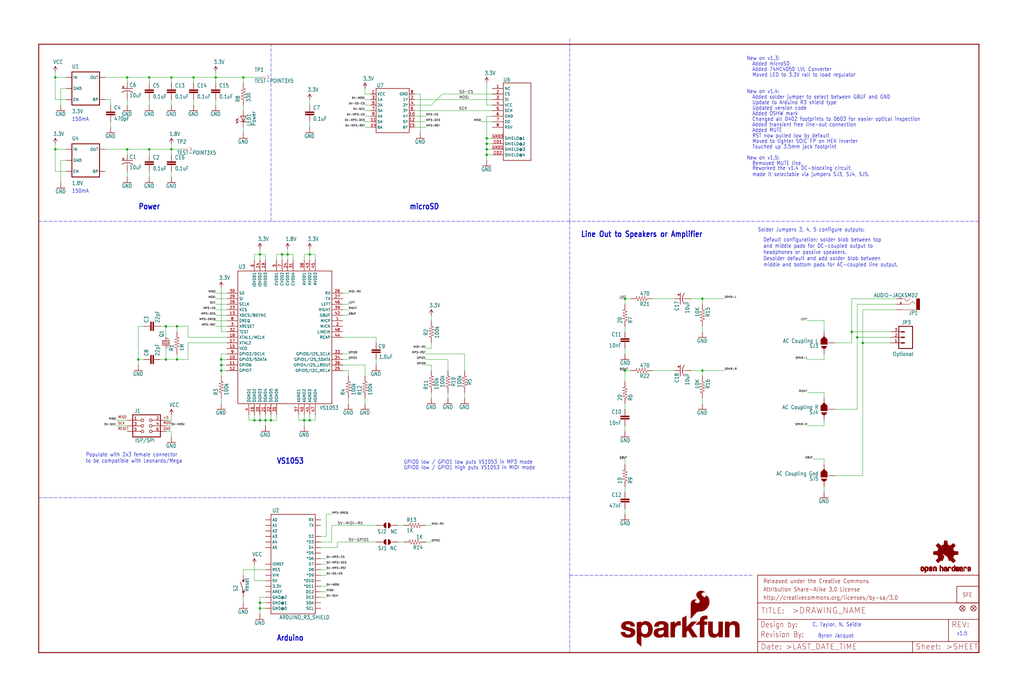
<source format=kicad_sch>
(kicad_sch (version 20211123) (generator eeschema)
  (paper "User" 470.306 320.243)
  (lib_symbols
    (symbol "eagleSchem-eagle-import:0.1UF-25V(+80{slash}-20%)(0603)"
      (property "Reference" "C" (at 1.524 2.921 0))
      (property "Value" "0.1UF-25V(+80{slash}-20%)(0603)" (at 1.524 -2.159 0))
      (symbol "0.1UF-25V(+80{slash}-20%)(0603)_1_0"
        (pin passive line (at 0 5.08 270) (length 2.54) (name "1") (number "1"))
        (pin passive line (at 0 -2.54 90) (length 2.54) (name "2") (number "2"))
      )
    )
    (symbol "eagleSchem-eagle-import:1.0UF-16V-10%(0603)"
      (property "Reference" "C" (at 1.524 2.921 0))
      (property "Value" "1.0UF-16V-10%(0603)" (at 1.524 -2.159 0))
      (symbol "1.0UF-16V-10%(0603)_1_0"
        (pin passive line (at 0 5.08 270) (length 2.54) (name "1") (number "1"))
        (pin passive line (at 0 -2.54 90) (length 2.54) (name "2") (number "2"))
      )
    )
    (symbol "eagleSchem-eagle-import:1.8V" (power)
      (property "Value" "1.8V" (at -1.016 3.556 0))
      (symbol "1.8V_1_0"
        (pin power_in line (at 0 0 90) (length 2.54) (name "1.8V") (number "1"))
      )
    )
    (symbol "eagleSchem-eagle-import:100KOHM1{slash}10W1%(0603)"
      (property "Reference" "R" (at -3.81 1.4986 0))
      (property "Value" "100KOHM1{slash}10W1%(0603)" (at -3.81 -3.302 0))
      (symbol "100KOHM1{slash}10W1%(0603)_1_0"
        (pin passive line (at -5.08 0 0) (length 2.54) (name "1") (number "1"))
        (pin passive line (at 5.08 0 180) (length 2.54) (name "2") (number "2"))
      )
    )
    (symbol "eagleSchem-eagle-import:10KOHM1{slash}10W1%(0603)0603"
      (property "Reference" "R" (at -3.81 1.4986 0))
      (property "Value" "10KOHM1{slash}10W1%(0603)0603" (at -3.81 -3.302 0))
      (symbol "10KOHM1{slash}10W1%(0603)0603_1_0"
        (pin passive line (at -5.08 0 0) (length 2.54) (name "1") (number "1"))
        (pin passive line (at 5.08 0 180) (length 2.54) (name "2") (number "2"))
      )
    )
    (symbol "eagleSchem-eagle-import:10NF{slash}10000PF-50V-10%(0603)"
      (property "Reference" "C" (at 1.524 2.921 0))
      (property "Value" "10NF{slash}10000PF-50V-10%(0603)" (at 1.524 -2.159 0))
      (symbol "10NF{slash}10000PF-50V-10%(0603)_1_0"
        (pin passive line (at 0 5.08 270) (length 2.54) (name "1") (number "1"))
        (pin passive line (at 0 -2.54 90) (length 2.54) (name "2") (number "2"))
      )
    )
    (symbol "eagleSchem-eagle-import:10OHM1{slash}10W5%0603SMD"
      (property "Reference" "R" (at -3.81 1.4986 0))
      (property "Value" "10OHM1{slash}10W5%0603SMD" (at -3.81 -3.302 0))
      (symbol "10OHM1{slash}10W5%0603SMD_1_0"
        (pin passive line (at -5.08 0 0) (length 2.54) (name "1") (number "1"))
        (pin passive line (at 5.08 0 180) (length 2.54) (name "2") (number "2"))
      )
    )
    (symbol "eagleSchem-eagle-import:10UF-16V-10%(TANT)"
      (property "Reference" "C" (at 1.016 0.635 0))
      (property "Value" "10UF-16V-10%(TANT)" (at 1.016 -4.191 0))
      (symbol "10UF-16V-10%(TANT)_1_0"
        (pin passive line (at 0 2.54 270) (length 2.54) (name "+") (number "A"))
        (pin passive line (at 0 -5.08 90) (length 2.54) (name "-") (number "C"))
      )
    )
    (symbol "eagleSchem-eagle-import:1KOHM1{slash}10W1%(0603)"
      (property "Reference" "R" (at -3.81 1.4986 0))
      (property "Value" "1KOHM1{slash}10W1%(0603)" (at -3.81 -3.302 0))
      (symbol "1KOHM1{slash}10W1%(0603)_1_0"
        (pin passive line (at -5.08 0 0) (length 2.54) (name "1") (number "1"))
        (pin passive line (at 5.08 0 180) (length 2.54) (name "2") (number "2"))
      )
    )
    (symbol "eagleSchem-eagle-import:1M-1%"
      (property "Reference" "R" (at -3.81 1.4986 0))
      (property "Value" "1M-1%" (at -3.81 -3.302 0))
      (symbol "1M-1%_1_0"
        (pin passive line (at -5.08 0 0) (length 2.54) (name "1") (number "1"))
        (pin passive line (at 5.08 0 180) (length 2.54) (name "2") (number "2"))
      )
    )
    (symbol "eagleSchem-eagle-import:20OHM1{slash}10W1%(0603)SMD"
      (property "Reference" "R" (at -3.81 1.4986 0))
      (property "Value" "20OHM1{slash}10W1%(0603)SMD" (at -3.81 -3.302 0))
      (symbol "20OHM1{slash}10W1%(0603)SMD_1_0"
        (pin passive line (at -5.08 0 0) (length 2.54) (name "1") (number "1"))
        (pin passive line (at 5.08 0 180) (length 2.54) (name "2") (number "2"))
      )
    )
    (symbol "eagleSchem-eagle-import:22PF-50V-5%(0603)"
      (property "Reference" "C" (at 1.524 2.921 0))
      (property "Value" "22PF-50V-5%(0603)" (at 1.524 -2.159 0))
      (symbol "22PF-50V-5%(0603)_1_0"
        (pin passive line (at 0 5.08 270) (length 2.54) (name "1") (number "1"))
        (pin passive line (at 0 -2.54 90) (length 2.54) (name "2") (number "2"))
      )
    )
    (symbol "eagleSchem-eagle-import:3.3V" (power)
      (property "Value" "3.3V" (at -1.016 3.556 0))
      (symbol "3.3V_1_0"
        (pin power_in line (at 0 0 90) (length 2.54) (name "3.3V") (number "1"))
      )
    )
    (symbol "eagleSchem-eagle-import:330OHM1{slash}10W1%(0603)"
      (property "Reference" "R" (at -3.81 1.4986 0))
      (property "Value" "330OHM1{slash}10W1%(0603)" (at -3.81 -3.302 0))
      (symbol "330OHM1{slash}10W1%(0603)_1_0"
        (pin passive line (at -5.08 0 0) (length 2.54) (name "1") (number "1"))
        (pin passive line (at 5.08 0 180) (length 2.54) (name "2") (number "2"))
      )
    )
    (symbol "eagleSchem-eagle-import:470OHM1{slash}10W1%(0603)"
      (property "Reference" "R" (at -3.81 1.4986 0))
      (property "Value" "470OHM1{slash}10W1%(0603)" (at -3.81 -3.302 0))
      (symbol "470OHM1{slash}10W1%(0603)_1_0"
        (pin passive line (at -5.08 0 0) (length 2.54) (name "1") (number "1"))
        (pin passive line (at 5.08 0 180) (length 2.54) (name "2") (number "2"))
      )
    )
    (symbol "eagleSchem-eagle-import:470PF-50V-5%(0603)SMD"
      (property "Reference" "C" (at 1.524 2.921 0))
      (property "Value" "470PF-50V-5%(0603)SMD" (at 1.524 -2.159 0))
      (symbol "470PF-50V-5%(0603)SMD_1_0"
        (pin passive line (at 0 5.08 270) (length 2.54) (name "1") (number "1"))
        (pin passive line (at 0 -2.54 90) (length 2.54) (name "2") (number "2"))
      )
    )
    (symbol "eagleSchem-eagle-import:47NF(0.047UF{slash}47000PF)-25V-5%(0603)SMD"
      (property "Reference" "C" (at 1.524 2.921 0))
      (property "Value" "47NF(0.047UF{slash}47000PF)-25V-5%(0603)SMD" (at 1.524 -2.159 0))
      (symbol "47NF(0.047UF{slash}47000PF)-25V-5%(0603)SMD_1_0"
        (pin passive line (at 0 5.08 270) (length 2.54) (name "1") (number "1"))
        (pin passive line (at 0 -2.54 90) (length 2.54) (name "2") (number "2"))
      )
    )
    (symbol "eagleSchem-eagle-import:ARDUINO_R3_SHIELD"
      (property "Value" "ARDUINO_R3_SHIELD" (at -6.35 -27.94 0))
      (symbol "ARDUINO_R3_SHIELD_1_0"
        (pin bidirectional line (at -12.7 -12.7 0) (length 2.54) (name "3.3V") (number "3.3V"))
        (pin bidirectional line (at -12.7 -10.16 0) (length 2.54) (name "5V") (number "5V"))
        (pin bidirectional line (at -12.7 17.78 0) (length 2.54) (name "A0") (number "A0"))
        (pin bidirectional line (at -12.7 15.24 0) (length 2.54) (name "A1") (number "A1"))
        (pin bidirectional line (at -12.7 12.7 0) (length 2.54) (name "A2") (number "A2"))
        (pin bidirectional line (at -12.7 10.16 0) (length 2.54) (name "A3") (number "A3"))
        (pin bidirectional line (at -12.7 7.62 0) (length 2.54) (name "A4") (number "A4"))
        (pin bidirectional line (at -12.7 5.08 0) (length 2.54) (name "A5") (number "A5"))
        (pin bidirectional line (at -12.7 -15.24 0) (length 2.54) (name "AREF") (number "AREF"))
        (pin bidirectional line (at 12.7 -10.16 180) (length 2.54) (name "*D10") (number "D10"))
        (pin bidirectional line (at 12.7 -12.7 180) (length 2.54) (name "*D11") (number "D11"))
        (pin bidirectional line (at 12.7 -15.24 180) (length 2.54) (name "D12") (number "D12"))
        (pin bidirectional line (at 12.7 -17.78 180) (length 2.54) (name "D13") (number "D13"))
        (pin bidirectional line (at 12.7 10.16 180) (length 2.54) (name "D2") (number "D2"))
        (pin bidirectional line (at 12.7 7.62 180) (length 2.54) (name "*D3") (number "D3"))
        (pin bidirectional line (at 12.7 5.08 180) (length 2.54) (name "D4") (number "D4"))
        (pin bidirectional line (at 12.7 2.54 180) (length 2.54) (name "*D5") (number "D5"))
        (pin bidirectional line (at 12.7 0 180) (length 2.54) (name "*D6") (number "D6"))
        (pin bidirectional line (at 12.7 -2.54 180) (length 2.54) (name "D7") (number "D7"))
        (pin bidirectional line (at 12.7 -5.08 180) (length 2.54) (name "D8") (number "D8"))
        (pin bidirectional line (at 12.7 -7.62 180) (length 2.54) (name "*D9") (number "D9"))
        (pin bidirectional line (at -12.7 -22.86 0) (length 2.54) (name "GND@0") (number "GND@0"))
        (pin bidirectional line (at -12.7 -20.32 0) (length 2.54) (name "GND@1") (number "GND@1"))
        (pin bidirectional line (at -12.7 -17.78 0) (length 2.54) (name "GND@2") (number "GND@2"))
        (pin bidirectional line (at -12.7 -2.54 0) (length 2.54) (name "IOREF") (number "IOREF"))
        (pin bidirectional line (at -12.7 -5.08 0) (length 2.54) (name "RES") (number "RES"))
        (pin bidirectional line (at 12.7 17.78 180) (length 2.54) (name "RX") (number "RX"))
        (pin bidirectional line (at 12.7 -22.86 180) (length 2.54) (name "SCL") (number "SCL"))
        (pin bidirectional line (at 12.7 -20.32 180) (length 2.54) (name "SDA") (number "SDA"))
        (pin bidirectional line (at 12.7 15.24 180) (length 2.54) (name "TX") (number "TX"))
        (pin bidirectional line (at -12.7 -7.62 0) (length 2.54) (name "VIN") (number "VIN"))
      )
    )
    (symbol "eagleSchem-eagle-import:AUDIO-JACKSMD2"
      (property "Reference" "JP" (at -5.08 3.048 0))
      (property "Value" "AUDIO-JACKSMD2" (at -5.08 -5.08 0))
      (symbol "AUDIO-JACKSMD2_1_0"
        (text "L" (at 2.286 -2.286 0) (effects (font (size 1.016 0.8636) (thickness 0.1727) bold) (justify left bottom)))
        (text "R" (at 2.286 0.254 0) (effects (font (size 1.016 0.8636) (thickness 0.1727) bold) (justify left bottom)))
        (pin bidirectional line (at 5.08 0 180) (length 2.54) (name "RIGHT") (number "RING"))
        (pin bidirectional line (at 5.08 2.54 180) (length 2.54) (name "SLEEVE") (number "SLEEVE"))
        (pin bidirectional line (at 5.08 -2.54 180) (length 2.54) (name "LEFT") (number "TIP"))
      )
    )
    (symbol "eagleSchem-eagle-import:AVR_SPI_PRG_6PTH"
      (property "Reference" "J" (at -4.318 5.842 0))
      (property "Value" "AVR_SPI_PRG_6PTH" (at -4.064 -7.62 0))
      (symbol "AVR_SPI_PRG_6PTH_1_0"
        (text "+5" (at 8.89 3.048 0) (effects (font (size 1.27 1.0795)) (justify left bottom)))
        (text "GND" (at 8.89 -2.032 0) (effects (font (size 1.27 1.0795)) (justify left bottom)))
        (text "MISO" (at -11.938 3.302 0) (effects (font (size 1.27 1.0795)) (justify left bottom)))
        (text "MOSI" (at 8.89 0.635 0) (effects (font (size 1.27 1.0795)) (justify left bottom)))
        (text "RESET" (at -11.938 -2.032 0) (effects (font (size 1.27 1.0795)) (justify left bottom)))
        (text "SCK" (at -11.938 0.508 0) (effects (font (size 1.27 1.0795)) (justify left bottom)))
        (pin passive inverted (at -7.62 2.54 0) (length 7.62) (name "1") (number "1"))
        (pin passive inverted (at 10.16 2.54 180) (length 7.62) (name "2") (number "2"))
        (pin passive inverted (at -7.62 0 0) (length 7.62) (name "3") (number "3"))
        (pin passive inverted (at 10.16 0 180) (length 7.62) (name "4") (number "4"))
        (pin passive inverted (at -7.62 -2.54 0) (length 7.62) (name "5") (number "5"))
        (pin passive inverted (at 10.16 -2.54 180) (length 7.62) (name "6") (number "6"))
      )
    )
    (symbol "eagleSchem-eagle-import:CRYSTAL5X3"
      (property "Reference" "Y" (at 2.54 1.016 0))
      (property "Value" "CRYSTAL5X3" (at 2.54 -2.54 0))
      (symbol "CRYSTAL5X3_1_0"
        (text "1" (at -2.159 -1.143 0) (effects (font (size 0.8636 0.734)) (justify left bottom)))
        (text "2" (at 1.524 -1.143 0) (effects (font (size 0.8636 0.734)) (justify left bottom)))
        (pin passive line (at -2.54 0 0) (length 0) (name "1") (number "1"))
        (pin passive line (at 2.54 0 180) (length 0) (name "2") (number "3"))
      )
    )
    (symbol "eagleSchem-eagle-import:FIDUCIAL1X2")
    (symbol "eagleSchem-eagle-import:FRAME-LEDGER"
      (symbol "FRAME-LEDGER_2_0"
        (text ">DRAWING_NAME" (at 15.494 17.78 0) (effects (font (size 2.7432 2.7432)) (justify left bottom)))
        (text ">LAST_DATE_TIME" (at 12.7 1.27 0) (effects (font (size 2.54 2.54)) (justify left bottom)))
        (text ">SHEET" (at 86.36 1.27 0) (effects (font (size 2.54 2.54)) (justify left bottom)))
        (text "Attribution Share-Alike 3.0 License" (at 2.54 27.94 0) (effects (font (size 1.9304 1.6408)) (justify left bottom)))
        (text "Date:" (at 1.27 1.27 0) (effects (font (size 2.54 2.54)) (justify left bottom)))
        (text "Design by:" (at 1.27 11.43 0) (effects (font (size 2.54 2.159)) (justify left bottom)))
        (text "http://creativecommons.org/licenses/by-sa/3.0" (at 2.54 24.13 0) (effects (font (size 1.9304 1.6408)) (justify left bottom)))
        (text "Released under the Creative Commons" (at 2.54 31.75 0) (effects (font (size 1.9304 1.6408)) (justify left bottom)))
        (text "REV:" (at 88.9 11.43 0) (effects (font (size 2.54 2.54)) (justify left bottom)))
        (text "Sheet:" (at 72.39 1.27 0) (effects (font (size 2.54 2.54)) (justify left bottom)))
        (text "TITLE:" (at 1.524 17.78 0) (effects (font (size 2.54 2.54)) (justify left bottom)))
      )
    )
    (symbol "eagleSchem-eagle-import:GND" (power)
      (property "Value" "GND" (at -2.54 -2.54 0))
      (symbol "GND_1_0"
        (pin power_in line (at 0 2.54 270) (length 2.54) (name "GND") (number "1"))
      )
    )
    (symbol "eagleSchem-eagle-import:HEX_CONVERTER"
      (property "Reference" "U" (at -7.62 10.16 0))
      (property "Value" "HEX_CONVERTER" (at -7.62 -12.7 0))
      (symbol "HEX_CONVERTER_1_0"
        (pin bidirectional line (at -10.16 7.62 0) (length 2.54) (name "VCC") (number "1"))
        (pin bidirectional line (at 10.16 -2.54 180) (length 2.54) (name "4Y") (number "10"))
        (pin bidirectional line (at -10.16 -5.08 0) (length 2.54) (name "5A") (number "11"))
        (pin bidirectional line (at 10.16 -5.08 180) (length 2.54) (name "5Y") (number "12"))
        (pin bidirectional line (at -10.16 -7.62 0) (length 2.54) (name "6A") (number "14"))
        (pin bidirectional line (at 10.16 -7.62 180) (length 2.54) (name "6Y") (number "15"))
        (pin bidirectional line (at 10.16 5.08 180) (length 2.54) (name "1Y") (number "2"))
        (pin bidirectional line (at -10.16 5.08 0) (length 2.54) (name "1A") (number "3"))
        (pin bidirectional line (at 10.16 2.54 180) (length 2.54) (name "2Y") (number "4"))
        (pin bidirectional line (at -10.16 2.54 0) (length 2.54) (name "2A") (number "5"))
        (pin bidirectional line (at 10.16 0 180) (length 2.54) (name "3Y") (number "6"))
        (pin bidirectional line (at -10.16 0 0) (length 2.54) (name "3A") (number "7"))
        (pin bidirectional line (at 10.16 7.62 180) (length 2.54) (name "GND") (number "8"))
        (pin bidirectional line (at -10.16 -2.54 0) (length 2.54) (name "4A") (number "9"))
      )
    )
    (symbol "eagleSchem-eagle-import:JUMPER-PAD-3-2OF3_NC_BY_PASTE"
      (property "Reference" "SJ" (at 2.54 0.381 0))
      (property "Value" "JUMPER-PAD-3-2OF3_NC_BY_PASTE" (at 2.54 -1.905 0))
      (symbol "JUMPER-PAD-3-2OF3_NC_BY_PASTE_1_0"
        (pin passive line (at 0 5.08 270) (length 2.54) (name "1") (number "1"))
        (pin passive line (at -5.08 0 0) (length 2.54) (name "2") (number "2"))
        (pin passive line (at 0 -5.08 90) (length 2.54) (name "3") (number "3"))
      )
    )
    (symbol "eagleSchem-eagle-import:LED-RED0603"
      (property "Reference" "D" (at 3.556 -4.572 90))
      (property "Value" "LED-RED0603" (at 5.715 -4.572 90))
      (symbol "LED-RED0603_1_0"
        (pin passive line (at 0 2.54 270) (length 2.54) (name "A") (number "A"))
        (pin passive line (at 0 -5.08 90) (length 2.54) (name "C") (number "C"))
      )
    )
    (symbol "eagleSchem-eagle-import:LOGO-SFENEW"
      (symbol "LOGO-SFENEW_1_0"
        (text "SFE" (at 0 0 0) (effects (font (size 1.9304 1.6408)) (justify left bottom)))
      )
    )
    (symbol "eagleSchem-eagle-import:M03PTH"
      (property "Reference" "JP" (at -2.54 5.842 0))
      (property "Value" "M03PTH" (at -2.54 -7.62 0))
      (symbol "M03PTH_1_0"
        (pin passive line (at 7.62 -2.54 180) (length 5.08) (name "1") (number "1"))
        (pin passive line (at 7.62 0 180) (length 5.08) (name "2") (number "2"))
        (pin passive line (at 7.62 2.54 180) (length 5.08) (name "3") (number "3"))
      )
    )
    (symbol "eagleSchem-eagle-import:OSHW-LOGOS")
    (symbol "eagleSchem-eagle-import:REVISION"
      (symbol "REVISION_1_0"
        (text "Revision By: " (at 0 0 0) (effects (font (size 2.54 2.159)) (justify left bottom)))
      )
    )
    (symbol "eagleSchem-eagle-import:SFE_LOGO_NAME_FLAME.1_INCH")
    (symbol "eagleSchem-eagle-import:SOLDERJUMPERTRACE"
      (property "Reference" "SJ" (at -2.54 2.54 0))
      (property "Value" "SOLDERJUMPERTRACE" (at -2.54 -5.08 0))
      (symbol "SOLDERJUMPERTRACE_1_0"
        (pin passive line (at -5.08 0 0) (length 2.54) (name "1") (number "1"))
        (pin passive line (at 5.08 0 180) (length 2.54) (name "2") (number "2"))
      )
    )
    (symbol "eagleSchem-eagle-import:SWITCH-MOMENTARY-2SMD"
      (property "Reference" "S" (at -2.54 2.54 0))
      (property "Value" "SWITCH-MOMENTARY-2SMD" (at -2.54 -2.54 0))
      (symbol "SWITCH-MOMENTARY-2SMD_1_0"
        (pin passive line (at -5.08 0 0) (length 2.54) (name "1") (number "1"))
        (pin passive line (at 5.08 0 180) (length 2.54) (name "2") (number "3"))
      )
    )
    (symbol "eagleSchem-eagle-import:TEST-POINT3X5"
      (property "Reference" "TP" (at -2.54 2.54 0))
      (property "Value" "TEST-POINT3X5" (at -2.54 -2.54 0))
      (symbol "TEST-POINT3X5_1_0"
        (pin bidirectional line (at 0 0 180) (length 0) (name "1") (number "P$1"))
      )
    )
    (symbol "eagleSchem-eagle-import:USD-SOCKETNEW"
      (property "Reference" "U" (at -2.54 15.748 0))
      (property "Value" "USD-SOCKETNEW" (at -2.54 -22.86 0))
      (symbol "USD-SOCKETNEW_1_0"
        (pin bidirectional line (at -7.62 12.7 0) (length 5.08) (name "NC") (number "1"))
        (pin bidirectional line (at -7.62 10.16 0) (length 5.08) (name "CS") (number "2"))
        (pin bidirectional line (at -7.62 7.62 0) (length 5.08) (name "DI") (number "3"))
        (pin bidirectional line (at -7.62 5.08 0) (length 5.08) (name "VCC") (number "4"))
        (pin bidirectional line (at -7.62 2.54 0) (length 5.08) (name "SCK") (number "5"))
        (pin bidirectional line (at -7.62 0 0) (length 5.08) (name "GND") (number "6"))
        (pin bidirectional line (at -7.62 -2.54 0) (length 5.08) (name "DO") (number "7"))
        (pin bidirectional line (at -7.62 -5.08 0) (length 5.08) (name "RSV") (number "8"))
        (pin bidirectional line (at -7.62 -12.7 0) (length 5.08) (name "SHIELD@2") (number "CD1"))
        (pin bidirectional line (at -7.62 -17.78 0) (length 5.08) (name "SHIELD@4") (number "CD2"))
        (pin bidirectional line (at -7.62 -15.24 0) (length 5.08) (name "SHIELD@3") (number "GND1"))
        (pin bidirectional line (at -7.62 -10.16 0) (length 5.08) (name "SHIELD@1") (number "GND3"))
      )
    )
    (symbol "eagleSchem-eagle-import:VCC" (power)
      (property "Value" "VCC" (at -1.016 3.556 0))
      (symbol "VCC_1_0"
        (pin power_in line (at 0 0 90) (length 2.54) (name "VCC") (number "1"))
      )
    )
    (symbol "eagleSchem-eagle-import:VS1033{slash}1053SMD"
      (property "Reference" "U" (at -20.32 31.242 0))
      (property "Value" "VS1033{slash}1053SMD" (at -20.32 -33.02 0))
      (symbol "VS1033{slash}1053SMD_1_0"
        (pin bidirectional line (at 27.94 7.62 180) (length 5.08) (name "MICP") (number "1"))
        (pin bidirectional line (at -25.4 -10.16 0) (length 5.08) (name "GPIO3/SDATA") (number "10"))
        (pin bidirectional line (at -25.4 -12.7 0) (length 5.08) (name "GPIO6") (number "11"))
        (pin bidirectional line (at -25.4 -15.24 0) (length 5.08) (name "GPIO7") (number "12"))
        (pin bidirectional line (at -25.4 10.16 0) (length 5.08) (name "XDCS/BSYNC") (number "13"))
        (pin bidirectional line (at -10.16 35.56 270) (length 5.08) (name "IOVDD2") (number "14"))
        (pin bidirectional line (at -25.4 -5.08 0) (length 5.08) (name "VCO") (number "15"))
        (pin bidirectional line (at -12.7 -35.56 90) (length 5.08) (name "DGND2") (number "16"))
        (pin bidirectional line (at -25.4 -2.54 0) (length 5.08) (name "XTAL2") (number "17"))
        (pin bidirectional line (at -25.4 0 0) (length 5.08) (name "XTAL1/MCLK") (number "18"))
        (pin bidirectional line (at -7.62 35.56 270) (length 5.08) (name "IOVDD3") (number "19"))
        (pin bidirectional line (at 27.94 5.08 180) (length 5.08) (name "MICN") (number "2"))
        (pin bidirectional line (at -10.16 -35.56 90) (length 5.08) (name "DGND3") (number "20"))
        (pin bidirectional line (at -7.62 -35.56 90) (length 5.08) (name "DGND4") (number "21"))
        (pin bidirectional line (at -5.08 -35.56 90) (length 5.08) (name "DGND5") (number "22"))
        (pin bidirectional line (at -25.4 12.7 0) (length 5.08) (name "XCS") (number "23"))
        (pin bidirectional line (at 2.54 35.56 270) (length 5.08) (name "CVDD3") (number "24"))
        (pin bidirectional line (at 27.94 -15.24 180) (length 5.08) (name "GPIO5/I2C_MCLK") (number "25"))
        (pin bidirectional line (at 27.94 20.32 180) (length 5.08) (name "RX") (number "26"))
        (pin bidirectional line (at 27.94 17.78 180) (length 5.08) (name "TX") (number "27"))
        (pin bidirectional line (at -25.4 15.24 0) (length 5.08) (name "SCLK") (number "28"))
        (pin bidirectional line (at -25.4 17.78 0) (length 5.08) (name "SI") (number "29"))
        (pin bidirectional line (at -25.4 5.08 0) (length 5.08) (name "XRESET") (number "3"))
        (pin bidirectional line (at -25.4 20.32 0) (length 5.08) (name "S0") (number "30"))
        (pin bidirectional line (at 5.08 35.56 270) (length 5.08) (name "CVDD4") (number "31"))
        (pin bidirectional line (at -25.4 2.54 0) (length 5.08) (name "TEST") (number "32"))
        (pin bidirectional line (at 27.94 -7.62 180) (length 5.08) (name "GPIO0/I2S_SCLK") (number "33"))
        (pin bidirectional line (at 27.94 -10.16 180) (length 5.08) (name "GPIO1/I2S_SDATA") (number "34"))
        (pin bidirectional line (at -2.54 -35.56 90) (length 5.08) (name "DGND6") (number "35"))
        (pin bidirectional line (at 27.94 -12.7 180) (length 5.08) (name "GPIO4/I2S_LROUT") (number "36"))
        (pin bidirectional line (at 7.62 -35.56 90) (length 5.08) (name "AGND1") (number "37"))
        (pin bidirectional line (at 10.16 35.56 270) (length 5.08) (name "AVDD1") (number "38"))
        (pin bidirectional line (at 27.94 12.7 180) (length 5.08) (name "RIGHT") (number "39"))
        (pin bidirectional line (at -15.24 -35.56 90) (length 5.08) (name "DGND1") (number "4"))
        (pin bidirectional line (at 10.16 -35.56 90) (length 5.08) (name "AGND2") (number "40"))
        (pin bidirectional line (at 12.7 -35.56 90) (length 5.08) (name "AGND3") (number "41"))
        (pin bidirectional line (at 27.94 10.16 180) (length 5.08) (name "GBUF") (number "42"))
        (pin bidirectional line (at 12.7 35.56 270) (length 5.08) (name "AVDD2") (number "43"))
        (pin bidirectional line (at 27.94 0 180) (length 5.08) (name "RCAP") (number "44"))
        (pin bidirectional line (at 15.24 35.56 270) (length 5.08) (name "AVDD3") (number "45"))
        (pin bidirectional line (at 27.94 15.24 180) (length 5.08) (name "LEFT") (number "46"))
        (pin bidirectional line (at 15.24 -35.56 90) (length 5.08) (name "AGND4") (number "47"))
        (pin bidirectional line (at 27.94 2.54 180) (length 5.08) (name "LINEIN") (number "48"))
        (pin bidirectional line (at -2.54 35.56 270) (length 5.08) (name "CVDD1") (number "5"))
        (pin bidirectional line (at -12.7 35.56 270) (length 5.08) (name "IOVDD1") (number "6"))
        (pin bidirectional line (at 0 35.56 270) (length 5.08) (name "CVDD2") (number "7"))
        (pin bidirectional line (at -25.4 7.62 0) (length 5.08) (name "DREQ") (number "8"))
        (pin bidirectional line (at -25.4 -7.62 0) (length 5.08) (name "GPIO2/DCLK") (number "9"))
      )
    )
    (symbol "eagleSchem-eagle-import:V_REG_MIC52053.3V"
      (property "Value" "V_REG_MIC52053.3V" (at -7.62 -11.43 0))
      (symbol "V_REG_MIC52053.3V_1_0"
        (pin input line (at -10.16 5.08 0) (length 2.54) (name "IN") (number "1"))
        (pin input line (at -10.16 0 0) (length 2.54) (name "GND") (number "2"))
        (pin input line (at -10.16 -5.08 0) (length 2.54) (name "EN") (number "3"))
        (pin input line (at 7.62 -5.08 180) (length 2.54) (name "BP") (number "4"))
        (pin passive line (at 7.62 5.08 180) (length 2.54) (name "OUT") (number "5"))
      )
    )
    (symbol "eagleSchem-eagle-import:V_REG_SP62141.8V"
      (property "Value" "V_REG_SP62141.8V" (at -7.62 -11.43 0))
      (symbol "V_REG_SP62141.8V_1_0"
        (pin input line (at -10.16 5.08 0) (length 2.54) (name "IN") (number "1"))
        (pin input line (at -10.16 0 0) (length 2.54) (name "GND") (number "2"))
        (pin input line (at -10.16 -5.08 0) (length 2.54) (name "EN") (number "3"))
        (pin input line (at 7.62 -5.08 180) (length 2.54) (name "BP") (number "4"))
        (pin passive line (at 7.62 5.08 180) (length 2.54) (name "OUT") (number "5"))
      )
    )
  )
  (junction (at 101.6 167.64))
  (junction (at 68.58 35.56))
  (junction (at 287.02 170.18))
  (junction (at 119.38 279.4))
  (junction (at 81.28 149.86))
  (junction (at 322.58 170.18))
  (junction (at 63.5 165.1))
  (junction (at 58.42 35.56))
  (junction (at 119.38 116.84))
  (junction (at 119.38 193.04))
  (junction (at 78.74 35.56))
  (junction (at 25.4 35.56))
  (junction (at 116.84 193.04))
  (junction (at 223.52 68.58))
  (junction (at 124.46 193.04))
  (junction (at 111.76 35.56))
  (junction (at 223.52 71.12))
  (junction (at 287.02 137.16))
  (junction (at 121.92 193.04))
  (junction (at 393.7 154.94))
  (junction (at 78.74 68.58))
  (junction (at 99.06 35.56))
  (junction (at 142.24 193.04))
  (junction (at 223.52 66.04))
  (junction (at 101.6 165.1))
  (junction (at 25.4 68.58))
  (junction (at 68.58 68.58))
  (junction (at 119.38 276.86))
  (junction (at 101.6 170.18))
  (junction (at 76.2 149.86))
  (junction (at 322.58 137.16))
  (junction (at 129.54 116.84))
  (junction (at 223.52 63.5))
  (junction (at 76.2 165.1))
  (junction (at 132.08 116.84))
  (junction (at 81.28 165.1))
  (junction (at 88.9 35.56))
  (junction (at 142.24 116.84))
  (junction (at 139.7 193.04))
  (junction (at 396.24 157.48))
  (junction (at 58.42 68.58))
  (junction (at 391.16 152.4))
  (wire (pts (xy 147.32 259.08) (xy 149.86 259.08)))
  (wire (pts (xy 121.92 266.7) (xy 116.84 266.7)))
  (wire (pts (xy 213.36 182.88) (xy 213.36 180.34)))
  (wire (pts (xy 190.5 58.42) (xy 195.58 58.42)))
  (wire (pts (xy 391.16 157.48) (xy 391.16 152.4)))
  (wire (pts (xy 127 116.84) (xy 129.54 116.84)))
  (wire (pts (xy 226.06 55.88) (xy 220.98 55.88)))
  (wire (pts (xy 332.74 137.16) (xy 322.58 137.16)))
  (wire (pts (xy 226.06 71.12) (xy 223.52 71.12)))
  (wire (pts (xy 101.6 162.56) (xy 101.6 165.1)))
  (wire (pts (xy 195.58 165.1) (xy 205.74 165.1)))
  (wire (pts (xy 68.58 38.1) (xy 68.58 35.56)))
  (wire (pts (xy 139.7 116.84) (xy 142.24 116.84)))
  (wire (pts (xy 127 190.5) (xy 127 193.04)))
  (wire (pts (xy 88.9 35.56) (xy 88.9 38.1)))
  (wire (pts (xy 116.84 119.38) (xy 116.84 116.84)))
  (wire (pts (xy 193.04 43.18) (xy 193.04 60.96)))
  (wire (pts (xy 139.7 193.04) (xy 139.7 195.58)))
  (wire (pts (xy 78.74 35.56) (xy 78.74 38.1)))
  (wire (pts (xy 198.12 147.32) (xy 198.12 144.78)))
  (wire (pts (xy 119.38 274.32) (xy 119.38 276.86)))
  (wire (pts (xy 104.14 134.62) (xy 99.06 134.62)))
  (wire (pts (xy 182.88 241.3) (xy 185.42 241.3)))
  (wire (pts (xy 86.36 149.86) (xy 86.36 154.94)))
  (wire (pts (xy 25.4 68.58) (xy 25.4 78.74)))
  (wire (pts (xy 116.84 116.84) (xy 119.38 116.84)))
  (wire (pts (xy 142.24 48.26) (xy 142.24 45.72)))
  (wire (pts (xy 50.8 45.72) (xy 50.8 48.26)))
  (wire (pts (xy 119.38 119.38) (xy 119.38 116.84)))
  (wire (pts (xy 78.74 48.26) (xy 78.74 45.72)))
  (wire (pts (xy 383.54 218.44) (xy 396.24 218.44)))
  (wire (pts (xy 408.94 154.94) (xy 393.7 154.94)))
  (wire (pts (xy 76.2 160.02) (xy 76.2 165.1)))
  (wire (pts (xy 129.54 119.38) (xy 129.54 116.84)))
  (wire (pts (xy 81.28 149.86) (xy 86.36 149.86)))
  (wire (pts (xy 396.24 218.44) (xy 396.24 157.48)))
  (wire (pts (xy 78.74 35.56) (xy 88.9 35.56)))
  (wire (pts (xy 78.74 68.58) (xy 78.74 71.12)))
  (wire (pts (xy 104.14 167.64) (xy 101.6 167.64)))
  (wire (pts (xy 332.74 170.18) (xy 322.58 170.18)))
  (wire (pts (xy 119.38 35.56) (xy 111.76 35.56)))
  (wire (pts (xy 393.7 154.94) (xy 393.7 139.7)))
  (wire (pts (xy 170.18 55.88) (xy 167.64 55.88)))
  (wire (pts (xy 73.66 149.86) (xy 76.2 149.86)))
  (wire (pts (xy 78.74 193.04) (xy 78.74 190.5)))
  (wire (pts (xy 170.18 53.34) (xy 167.64 53.34)))
  (wire (pts (xy 58.42 195.58) (xy 53.34 195.58)))
  (wire (pts (xy 157.48 167.64) (xy 167.64 167.64)))
  (wire (pts (xy 190.5 53.34) (xy 195.58 53.34)))
  (wire (pts (xy 142.24 58.42) (xy 142.24 55.88)))
  (wire (pts (xy 299.72 137.16) (xy 309.88 137.16)))
  (wire (pts (xy 121.92 193.04) (xy 121.92 195.58)))
  (wire (pts (xy 309.88 170.18) (xy 299.72 170.18)))
  (wire (pts (xy 152.4 241.3) (xy 152.4 248.92)))
  (wire (pts (xy 378.46 152.4) (xy 378.46 147.32)))
  (wire (pts (xy 378.46 147.32) (xy 370.84 147.32)))
  (wire (pts (xy 287.02 213.36) (xy 287.02 210.82)))
  (wire (pts (xy 121.92 279.4) (xy 119.38 279.4)))
  (wire (pts (xy 287.02 170.18) (xy 289.56 170.18)))
  (wire (pts (xy 142.24 193.04) (xy 139.7 193.04)))
  (wire (pts (xy 287.02 160.02) (xy 287.02 162.56)))
  (wire (pts (xy 104.14 137.16) (xy 99.06 137.16)))
  (wire (pts (xy 154.94 248.92) (xy 172.72 248.92)))
  (wire (pts (xy 396.24 157.48) (xy 396.24 142.24)))
  (wire (pts (xy 76.2 165.1) (xy 73.66 165.1)))
  (wire (pts (xy 287.02 187.96) (xy 287.02 185.42)))
  (wire (pts (xy 101.6 167.64) (xy 101.6 170.18)))
  (wire (pts (xy 396.24 142.24) (xy 411.48 142.24)))
  (wire (pts (xy 322.58 139.7) (xy 322.58 137.16)))
  (wire (pts (xy 144.78 193.04) (xy 142.24 193.04)))
  (wire (pts (xy 391.16 137.16) (xy 411.48 137.16)))
  (wire (pts (xy 76.2 149.86) (xy 81.28 149.86)))
  (wire (pts (xy 48.26 45.72) (xy 50.8 45.72)))
  (wire (pts (xy 58.42 35.56) (xy 68.58 35.56)))
  (wire (pts (xy 30.48 40.64) (xy 27.94 40.64)))
  (wire (pts (xy 172.72 154.94) (xy 172.72 157.48)))
  (wire (pts (xy 68.58 78.74) (xy 68.58 81.28)))
  (wire (pts (xy 101.6 185.42) (xy 101.6 182.88)))
  (wire (pts (xy 119.38 114.3) (xy 119.38 116.84)))
  (polyline (pts (xy 261.62 101.6) (xy 261.62 17.78)))
  (wire (pts (xy 76.2 154.94) (xy 76.2 149.86)))
  (wire (pts (xy 63.5 165.1) (xy 66.04 165.1)))
  (wire (pts (xy 121.92 116.84) (xy 121.92 119.38)))
  (wire (pts (xy 78.74 81.28) (xy 78.74 78.74)))
  (wire (pts (xy 147.32 271.78) (xy 149.86 271.78)))
  (wire (pts (xy 63.5 149.86) (xy 63.5 165.1)))
  (wire (pts (xy 104.14 157.48) (xy 86.36 157.48)))
  (wire (pts (xy 157.48 139.7) (xy 160.02 139.7)))
  (wire (pts (xy 111.76 276.86) (xy 111.76 274.32)))
  (wire (pts (xy 205.74 165.1) (xy 205.74 170.18)))
  (wire (pts (xy 223.52 68.58) (xy 223.52 71.12)))
  (wire (pts (xy 226.06 45.72) (xy 190.5 45.72)))
  (wire (pts (xy 86.36 165.1) (xy 81.28 165.1)))
  (polyline (pts (xy 261.62 101.6) (xy 261.62 228.6)))
  (wire (pts (xy 78.74 198.12) (xy 78.74 200.66)))
  (wire (pts (xy 391.16 152.4) (xy 391.16 137.16)))
  (polyline (pts (xy 261.62 264.16) (xy 261.62 299.72)))
  (wire (pts (xy 50.8 58.42) (xy 50.8 55.88)))
  (wire (pts (xy 322.58 185.42) (xy 322.58 182.88)))
  (wire (pts (xy 139.7 190.5) (xy 139.7 193.04)))
  (wire (pts (xy 408.94 152.4) (xy 391.16 152.4)))
  (wire (pts (xy 101.6 172.72) (xy 101.6 170.18)))
  (wire (pts (xy 226.06 48.26) (xy 223.52 48.26)))
  (wire (pts (xy 157.48 144.78) (xy 160.02 144.78)))
  (wire (pts (xy 132.08 116.84) (xy 134.62 116.84)))
  (wire (pts (xy 139.7 193.04) (xy 137.16 193.04)))
  (wire (pts (xy 152.4 248.92) (xy 147.32 248.92)))
  (wire (pts (xy 30.48 73.66) (xy 27.94 73.66)))
  (wire (pts (xy 167.64 43.18) (xy 167.64 40.64)))
  (wire (pts (xy 58.42 71.12) (xy 58.42 68.58)))
  (wire (pts (xy 121.92 261.62) (xy 111.76 261.62)))
  (wire (pts (xy 226.06 68.58) (xy 223.52 68.58)))
  (wire (pts (xy 132.08 119.38) (xy 132.08 116.84)))
  (wire (pts (xy 116.84 193.04) (xy 114.3 193.04)))
  (wire (pts (xy 393.7 139.7) (xy 411.48 139.7)))
  (wire (pts (xy 78.74 66.04) (xy 78.74 68.58)))
  (wire (pts (xy 223.52 71.12) (xy 223.52 73.66)))
  (wire (pts (xy 226.06 66.04) (xy 223.52 66.04)))
  (wire (pts (xy 111.76 60.96) (xy 111.76 58.42)))
  (wire (pts (xy 76.2 198.12) (xy 78.74 198.12)))
  (polyline (pts (xy 261.62 264.16) (xy 345.44 264.16)))
  (wire (pts (xy 144.78 116.84) (xy 144.78 119.38)))
  (wire (pts (xy 160.02 185.42) (xy 160.02 182.88)))
  (wire (pts (xy 27.94 73.66) (xy 27.94 83.82)))
  (wire (pts (xy 104.14 142.24) (xy 99.06 142.24)))
  (wire (pts (xy 287.02 233.68) (xy 287.02 236.22)))
  (wire (pts (xy 104.14 149.86) (xy 99.06 149.86)))
  (wire (pts (xy 137.16 193.04) (xy 137.16 190.5)))
  (wire (pts (xy 68.58 35.56) (xy 78.74 35.56)))
  (wire (pts (xy 383.54 157.48) (xy 391.16 157.48)))
  (wire (pts (xy 119.38 190.5) (xy 119.38 193.04)))
  (wire (pts (xy 48.26 35.56) (xy 58.42 35.56)))
  (wire (pts (xy 147.32 256.54) (xy 149.86 256.54)))
  (wire (pts (xy 104.14 152.4) (xy 101.6 152.4)))
  (wire (pts (xy 198.12 182.88) (xy 198.12 180.34)))
  (wire (pts (xy 284.48 170.18) (xy 287.02 170.18)))
  (wire (pts (xy 104.14 147.32) (xy 99.06 147.32)))
  (wire (pts (xy 223.52 53.34) (xy 223.52 63.5)))
  (wire (pts (xy 287.02 210.82) (xy 284.48 210.82)))
  (wire (pts (xy 195.58 160.02) (xy 198.12 160.02)))
  (wire (pts (xy 147.32 264.16) (xy 149.86 264.16)))
  (wire (pts (xy 170.18 43.18) (xy 167.64 43.18)))
  (wire (pts (xy 172.72 241.3) (xy 152.4 241.3)))
  (wire (pts (xy 121.92 193.04) (xy 119.38 193.04)))
  (wire (pts (xy 81.28 152.4) (xy 81.28 149.86)))
  (wire (pts (xy 287.02 175.26) (xy 287.02 170.18)))
  (wire (pts (xy 226.06 63.5) (xy 223.52 63.5)))
  (wire (pts (xy 104.14 139.7) (xy 99.06 139.7)))
  (wire (pts (xy 127 193.04) (xy 124.46 193.04)))
  (wire (pts (xy 373.38 210.82) (xy 378.46 210.82)))
  (wire (pts (xy 63.5 165.1) (xy 63.5 167.64)))
  (wire (pts (xy 370.84 195.58) (xy 378.46 195.58)))
  (wire (pts (xy 147.32 261.62) (xy 149.86 261.62)))
  (wire (pts (xy 170.18 58.42) (xy 167.64 58.42)))
  (wire (pts (xy 287.02 139.7) (xy 287.02 137.16)))
  (wire (pts (xy 147.32 246.38) (xy 149.86 246.38)))
  (polyline (pts (xy 261.62 228.6) (xy 261.62 264.16)))
  (wire (pts (xy 157.48 134.62) (xy 160.02 134.62)))
  (wire (pts (xy 190.5 43.18) (xy 193.04 43.18)))
  (wire (pts (xy 68.58 71.12) (xy 68.58 68.58)))
  (wire (pts (xy 58.42 193.04) (xy 53.34 193.04)))
  (wire (pts (xy 25.4 78.74) (xy 30.48 78.74)))
  (polyline (pts (xy 124.46 101.6) (xy 124.46 20.32)))
  (wire (pts (xy 111.76 35.56) (xy 99.06 35.56)))
  (wire (pts (xy 88.9 48.26) (xy 88.9 45.72)))
  (wire (pts (xy 190.5 55.88) (xy 195.58 55.88)))
  (wire (pts (xy 111.76 50.8) (xy 111.76 48.26)))
  (wire (pts (xy 139.7 119.38) (xy 139.7 116.84)))
  (wire (pts (xy 111.76 264.16) (xy 111.76 261.62)))
  (polyline (pts (xy 17.78 228.6) (xy 261.62 228.6)))
  (wire (pts (xy 119.38 276.86) (xy 119.38 279.4)))
  (wire (pts (xy 127 119.38) (xy 127 116.84)))
  (wire (pts (xy 378.46 180.34) (xy 370.84 180.34)))
  (wire (pts (xy 104.14 165.1) (xy 101.6 165.1)))
  (wire (pts (xy 149.86 236.22) (xy 152.4 236.22)))
  (wire (pts (xy 121.92 190.5) (xy 121.92 193.04)))
  (wire (pts (xy 25.4 45.72) (xy 25.4 35.56)))
  (wire (pts (xy 170.18 48.26) (xy 167.64 48.26)))
  (wire (pts (xy 195.58 167.64) (xy 198.12 167.64)))
  (wire (pts (xy 68.58 68.58) (xy 78.74 68.58)))
  (wire (pts (xy 378.46 162.56) (xy 378.46 165.1)))
  (wire (pts (xy 88.9 35.56) (xy 99.06 35.56)))
  (wire (pts (xy 111.76 38.1) (xy 111.76 35.56)))
  (wire (pts (xy 142.24 116.84) (xy 144.78 116.84)))
  (wire (pts (xy 287.02 223.52) (xy 287.02 226.06)))
  (wire (pts (xy 223.52 48.26) (xy 223.52 38.1)))
  (wire (pts (xy 167.64 185.42) (xy 167.64 182.88)))
  (wire (pts (xy 121.92 276.86) (xy 119.38 276.86)))
  (wire (pts (xy 25.4 66.04) (xy 25.4 68.58)))
  (wire (pts (xy 25.4 35.56) (xy 25.4 33.02)))
  (wire (pts (xy 205.74 182.88) (xy 205.74 180.34)))
  (wire (pts (xy 287.02 195.58) (xy 287.02 198.12)))
  (wire (pts (xy 104.14 162.56) (xy 101.6 162.56)))
  (wire (pts (xy 198.12 48.26) (xy 190.5 48.26)))
  (polyline (pts (xy 261.62 101.6) (xy 124.46 101.6)))
  (wire (pts (xy 203.2 43.18) (xy 226.06 43.18)))
  (wire (pts (xy 142.24 116.84) (xy 142.24 114.3)))
  (wire (pts (xy 30.48 45.72) (xy 25.4 45.72)))
  (wire (pts (xy 408.94 157.48) (xy 396.24 157.48)))
  (wire (pts (xy 154.94 251.46) (xy 154.94 248.92)))
  (wire (pts (xy 99.06 48.26) (xy 99.06 45.72)))
  (wire (pts (xy 119.38 279.4) (xy 119.38 281.94)))
  (wire (pts (xy 27.94 40.64) (xy 27.94 48.26)))
  (wire (pts (xy 322.58 170.18) (xy 317.5 170.18)))
  (wire (pts (xy 149.86 246.38) (xy 149.86 236.22)))
  (wire (pts (xy 124.46 190.5) (xy 124.46 193.04)))
  (wire (pts (xy 198.12 160.02) (xy 198.12 157.48)))
  (wire (pts (xy 203.2 43.18) (xy 198.12 48.26)))
  (wire (pts (xy 58.42 78.74) (xy 58.42 81.28)))
  (polyline (pts (xy 449.58 101.6) (xy 261.62 101.6)))
  (wire (pts (xy 147.32 274.32) (xy 149.86 274.32)))
  (wire (pts (xy 121.92 274.32) (xy 119.38 274.32)))
  (wire (pts (xy 160.02 172.72) (xy 160.02 170.18)))
  (wire (pts (xy 195.58 248.92) (xy 198.12 248.92)))
  (wire (pts (xy 76.2 193.04) (xy 78.74 193.04)))
  (wire (pts (xy 383.54 187.96) (xy 393.7 187.96)))
  (wire (pts (xy 226.06 53.34) (xy 223.52 53.34)))
  (wire (pts (xy 99.06 35.56) (xy 99.06 38.1)))
  (wire (pts (xy 198.12 170.18) (xy 198.12 167.64)))
  (wire (pts (xy 378.46 210.82) (xy 378.46 213.36)))
  (wire (pts (xy 167.64 50.8) (xy 170.18 50.8)))
  (wire (pts (xy 66.04 149.86) (xy 63.5 149.86)))
  (wire (pts (xy 119.38 116.84) (xy 121.92 116.84)))
  (wire (pts (xy 157.48 165.1) (xy 160.02 165.1)))
  (wire (pts (xy 287.02 149.86) (xy 287.02 152.4)))
  (wire (pts (xy 129.54 116.84) (xy 132.08 116.84)))
  (wire (pts (xy 182.88 248.92) (xy 185.42 248.92)))
  (wire (pts (xy 104.14 144.78) (xy 99.06 144.78)))
  (wire (pts (xy 68.58 45.72) (xy 68.58 48.26)))
  (wire (pts (xy 147.32 269.24) (xy 149.86 269.24)))
  (wire (pts (xy 114.3 193.04) (xy 114.3 190.5)))
  (wire (pts (xy 116.84 190.5) (xy 116.84 193.04)))
  (wire (pts (xy 104.14 170.18) (xy 101.6 170.18)))
  (wire (pts (xy 195.58 241.3) (xy 198.12 241.3)))
  (wire (pts (xy 116.84 259.08) (xy 116.84 266.7)))
  (wire (pts (xy 322.58 172.72) (xy 322.58 170.18)))
  (wire (pts (xy 147.32 251.46) (xy 154.94 251.46)))
  (wire (pts (xy 81.28 162.56) (xy 81.28 165.1)))
  (wire (pts (xy 124.46 193.04) (xy 121.92 193.04)))
  (wire (pts (xy 119.38 193.04) (xy 116.84 193.04)))
  (wire (pts (xy 378.46 165.1) (xy 370.84 165.1)))
  (wire (pts (xy 378.46 182.88) (xy 378.46 180.34)))
  (wire (pts (xy 287.02 137.16) (xy 289.56 137.16)))
  (wire (pts (xy 213.36 162.56) (xy 213.36 170.18)))
  (wire (pts (xy 157.48 162.56) (xy 160.02 162.56)))
  (wire (pts (xy 172.72 165.1) (xy 172.72 167.64)))
  (wire (pts (xy 378.46 195.58) (xy 378.46 193.04)))
  (wire (pts (xy 132.08 116.84) (xy 132.08 114.3)))
  (wire (pts (xy 134.62 116.84) (xy 134.62 119.38)))
  (wire (pts (xy 223.52 66.04) (xy 223.52 68.58)))
  (wire (pts (xy 76.2 195.58) (xy 78.74 195.58)))
  (wire (pts (xy 99.06 33.02) (xy 99.06 35.56)))
  (wire (pts (xy 144.78 190.5) (xy 144.78 193.04)))
  (wire (pts (xy 167.64 167.64) (xy 167.64 172.72)))
  (wire (pts (xy 101.6 152.4) (xy 101.6 132.08)))
  (wire (pts (xy 86.36 154.94) (xy 104.14 154.94)))
  (wire (pts (xy 48.26 68.58) (xy 58.42 68.58)))
  (wire (pts (xy 378.46 226.06) (xy 378.46 223.52)))
  (wire (pts (xy 58.42 45.72) (xy 58.42 48.26)))
  (wire (pts (xy 157.48 142.24) (xy 160.02 142.24)))
  (wire (pts (xy 81.28 165.1) (xy 76.2 165.1)))
  (wire (pts (xy 86.36 157.48) (xy 86.36 165.1)))
  (wire (pts (xy 322.58 137.16) (xy 317.5 137.16)))
  (wire (pts (xy 322.58 152.4) (xy 322.58 149.86)))
  (wire (pts (xy 142.24 190.5) (xy 142.24 193.04)))
  (wire (pts (xy 223.52 63.5) (xy 223.52 66.04)))
  (wire (pts (xy 287.02 137.16) (xy 284.48 137.16)))
  (wire (pts (xy 83.82 68.58) (xy 78.74 68.58)))
  (wire (pts (xy 25.4 35.56) (xy 30.48 35.56)))
  (wire (pts (xy 25.4 68.58) (xy 30.48 68.58)))
  (wire (pts (xy 58.42 38.1) (xy 58.42 35.56)))
  (wire (pts (xy 170.18 45.72) (xy 167.64 45.72)))
  (wire (pts (xy 195.58 162.56) (xy 213.36 162.56)))
  (wire (pts (xy 157.48 154.94) (xy 172.72 154.94)))
  (wire (pts (xy 58.42 68.58) (xy 68.58 68.58)))
  (polyline (pts (xy 17.78 101.6) (xy 124.46 101.6)))
  (wire (pts (xy 142.24 119.38) (xy 142.24 116.84)))
  (wire (pts (xy 393.7 187.96) (xy 393.7 154.94)))
  (wire (pts (xy 226.06 50.8) (xy 190.5 50.8)))
  (wire (pts (xy 101.6 165.1) (xy 101.6 167.64)))
  (wire (pts (xy 157.48 170.18) (xy 160.02 170.18)))
  (text "150mA" (at 33.02 88.9 180) (effects (font (size 1.778 1.5113)) (justify left bottom)))
  (text "RST now pulled low by default" (at 345.44 63.5 180) (effects (font (size 1.778 1.5113)) (justify left bottom)))
  (text "New on v1.5:" (at 342.9 73.66 180) (effects (font (size 1.778 1.5113)) (justify left bottom)))
  (text "Changed all 0402 footprints to 0603 for easier optical inspection" (at 345.44 55.88 0) (effects (font (size 1.778 1.5113)) (justify left bottom)))
  (text "VS1053" (at 127 213.36 180) (effects (font (size 2.54 2.159) (thickness 0.4318) bold) (justify left bottom)))
  (text "GPIO0 low / GPIO1 high puts VS1053 in MIDI mode" (at 185.42 215.9 180) (effects (font (size 1.778 1.5113)) (justify left bottom)))
  (text "Added microSD" (at 345.44 30.48 180) (effects (font (size 1.778 1.5113)) (justify left bottom)))
  (text "Moved LED to 3.3V rail to load regulator" (at 345.44 35.56 180) (effects (font (size 1.778 1.5113)) (justify left bottom)))
  (text "C. Taylor, N. Seidle" (at 373.126 288.036 180) (effects (font (size 1.778 1.5113)) (justify left bottom)))
  (text "New on v1.3:" (at 342.9 27.94 180) (effects (font (size 1.778 1.5113)) (justify left bottom)))
  (text "Arduino" (at 127 294.64 180) (effects (font (size 2.54 2.159) (thickness 0.4318) bold) (justify left bottom)))
  (text "GPIO0 low / GPIO1 low puts VS1053 in MP3 mode" (at 185.42 213.36 180) (effects (font (size 1.778 1.5113)) (justify left bottom)))
  (text "Added OSHW mark" (at 345.44 53.34 180) (effects (font (size 1.778 1.5113)) (justify left bottom)))
  (text "Added MUTE" (at 345.44 60.96 180) (effects (font (size 1.778 1.5113)) (justify left bottom)))
  (text "Removed MUTE line." (at 345.44 76.2 180) (effects (font (size 1.778 1.5113)) (justify left bottom)))
  (text "Updated version code" (at 345.44 50.8 180) (effects (font (size 1.778 1.5113)) (justify left bottom)))
  (text "v1.5" (at 439.42 292.1 180) (effects (font (size 1.778 1.5113)) (justify left bottom)))
  (text "Byron Jacquot" (at 375.666 293.116 180) (effects (font (size 1.778 1.5113)) (justify left bottom)))
  (text "Added 74HC4050 LVL Converter" (at 345.44 33.02 180) (effects (font (size 1.778 1.5113)) (justify left bottom)))
  (text "150mA" (at 33.02 55.88 180) (effects (font (size 1.778 1.5113)) (justify left bottom)))
  (text "Added solder jumper to select between GBUF and GND" (at 345.44 45.72 0) (effects (font (size 1.778 1.5113)) (justify left bottom)))
  (text "New on v1.4:" (at 342.9 43.18 180) (effects (font (size 1.778 1.5113)) (justify left bottom)))
  (text "Added transient free line-out connection" (at 345.44 58.42 180) (effects (font (size 1.778 1.5113)) (justify left bottom)))
  (text "Update to Arduino R3 shield type" (at 345.44 48.26 180) (effects (font (size 1.778 1.5113)) (justify left bottom)))
  (text "Default configuration: solder blob between top\nand middle pads for DC-coupled output to\nheadphones or passive speakers.\nDesolder default and add solder blob between\nmiddle and bottom pads for AC-coupled line output." (at 350.52 109.22 0) (effects (font (size 1.778 1.5113)) (justify left top)))
  (text "Moved to tighter SOIC FP on HEX inverter" (at 345.44 66.04 180) (effects (font (size 1.778 1.5113)) (justify left bottom)))
  (text "microSD" (at 187.96 96.52 180) (effects (font (size 2.54 2.159) (thickness 0.4318) bold) (justify left bottom)))
  (text "Touched up 3.5mm jack footprint" (at 345.44 68.58 180) (effects (font (size 1.778 1.5113)) (justify left bottom)))
  (text "Power" (at 63.5 96.52 180) (effects (font (size 2.54 2.159) (thickness 0.4318) bold) (justify left bottom)))
  (text "Solder Jumpers 3, 4, 5 configure outputs:" (at 347.98 106.68 180) (effects (font (size 1.778 1.5113)) (justify left bottom)))
  (text "Line Out to Speakers or Amplifier" (at 266.7 109.22 180) (effects (font (size 2.54 2.159) (thickness 0.4318) bold) (justify left bottom)))
  (text "Populate with 2x3 female connector\nto be compatible with Leonardo/Mega" (at 39.37 212.852 0) (effects (font (size 1.778 1.5113)) (justify left bottom)))
  (text "Reworked the v1.4 DC-blocking circuit,\nmade it selectable via jumpers SJ3, SJ4, SJ5." (at 345.44 81.28 0) (effects (font (size 1.778 1.5113)) (justify left bottom)))
  (label "MP3-RST" (at 99.06 149.86 180) (effects (font (size 0.889 0.889))))
  (label "MP3-CS" (at 195.58 53.34 0) (effects (font (size 0.889 0.889))))
  (label "MIDI-RX" (at 198.12 241.3 0) (effects (font (size 0.889 0.889))))
  (label "5V-MOSI" (at 149.86 269.24 0) (effects (font (size 0.889 0.889))))
  (label "SCK" (at 210.82 50.8 0) (effects (font (size 1.2446 1.2446))))
  (label "SPKR-R" (at 332.74 170.18 0) (effects (font (size 0.889 0.889))))
  (label "MISO" (at 149.86 271.78 0) (effects (font (size 0.889 0.889))))
  (label "MIDI-RX" (at 160.02 134.62 0) (effects (font (size 0.889 0.889))))
  (label "LEFT" (at 160.02 139.7 0) (effects (font (size 0.889 0.889))))
  (label "SPKR-L" (at 370.84 165.1 180) (effects (font (size 0.889 0.889))))
  (label "GBUF" (at 284.48 210.82 0) (effects (font (size 0.889 0.889))))
  (label "SPKR-R" (at 370.84 195.58 180) (effects (font (size 0.889 0.889))))
  (label "GBUF" (at 373.38 210.82 180) (effects (font (size 0.889 0.889))))
  (label "SCK" (at 99.06 139.7 180) (effects (font (size 0.889 0.889))))
  (label "5V-MP3-RST" (at 149.86 261.62 0) (effects (font (size 0.889 0.889))))
  (label "MP3-DCS" (at 195.58 55.88 0) (effects (font (size 0.889 0.889))))
  (label "LEFT" (at 370.84 147.32 180) (effects (font (size 0.889 0.889))))
  (label "MISO" (at 99.06 134.62 180) (effects (font (size 0.889 0.889))))
  (label "MIDI-RX" (at 195.58 160.02 180) (effects (font (size 0.889 0.889))))
  (label "5V-SCK" (at 149.86 274.32 0) (effects (font (size 0.889 0.889))))
  (label "GPIO0" (at 195.58 167.64 180) (effects (font (size 0.889 0.889))))
  (label "MOSI" (at 210.82 45.72 0) (effects (font (size 1.2446 1.2446))))
  (label "RIGHT" (at 160.02 142.24 0) (effects (font (size 0.889 0.889))))
  (label "5V-MOSI" (at 167.64 45.72 180) (effects (font (size 0.889 0.889))))
  (label "MISO" (at 53.34 193.04 180) (effects (font (size 0.889 0.889))))
  (label "MP3-DREQ" (at 152.4 236.22 0) (effects (font (size 0.889 0.889))))
  (label "GPIO1" (at 198.12 248.92 0) (effects (font (size 0.889 0.889))))
  (label "5V-MP3-CS" (at 149.86 256.54 0) (effects (font (size 0.889 0.889))))
  (label "LEFT" (at 284.48 137.16 0) (effects (font (size 0.889 0.889))))
  (label "GPIO0" (at 160.02 162.56 0) (effects (font (size 0.889 0.889))))
  (label "5V-MP3-DCS" (at 167.64 55.88 180) (effects (font (size 0.889 0.889))))
  (label "MISO" (at 220.98 55.88 180) (effects (font (size 0.889 0.889))))
  (label "5V-MP3-CS" (at 167.64 53.34 180) (effects (font (size 0.889 0.889))))
  (label "MP3-RST" (at 195.58 58.42 0) (effects (font (size 0.889 0.889))))
  (label "5V-SCK" (at 167.64 50.8 180) (effects (font (size 0.889 0.889))))
  (label "MP3-CS" (at 99.06 142.24 180) (effects (font (size 0.889 0.889))))
  (label "SPKR-L" (at 332.74 137.16 0) (effects (font (size 0.889 0.889))))
  (label "MP3-DREQ" (at 99.06 147.32 180) (effects (font (size 0.889 0.889))))
  (label "5V-GPIO1" (at 160.02 248.92 0) (effects (font (size 1.2446 1.2446))))
  (label "MOSI" (at 99.06 137.16 180) (effects (font (size 0.889 0.889))))
  (label "RIGHT" (at 284.48 170.18 0) (effects (font (size 0.889 0.889))))
  (label "5V-MOSI" (at 78.74 195.58 0) (effects (font (size 0.889 0.889))))
  (label "SD-CS" (at 210.82 43.18 0) (effects (font (size 1.2446 1.2446))))
  (label "RIGHT" (at 370.84 180.34 180) (effects (font (size 0.889 0.889))))
  (label "5V-SCK" (at 53.34 195.58 180) (effects (font (size 0.889 0.889))))
  (label "5V-MIDI-RX" (at 154.94 241.3 0) (effects (font (size 1.2446 1.2446))))
  (label "MP3-DCS" (at 99.06 144.78 180) (effects (font (size 0.889 0.889))))
  (label "5V-MP3-RST" (at 167.64 58.42 180) (effects (font (size 0.889 0.889))))
  (label "GPIO1" (at 160.02 165.1 0) (effects (font (size 0.889 0.889))))
  (label "5V-MP3-DCS" (at 149.86 259.08 0) (effects (font (size 0.889 0.889))))
  (label "GPIO1" (at 195.58 165.1 180) (effects (font (size 0.889 0.889))))
  (label "GBUF" (at 160.02 144.78 0) (effects (font (size 0.889 0.889))))
  (label "MP3-RST" (at 195.58 162.56 180) (effects (font (size 0.889 0.889))))
  (label "5V-SD-CS" (at 149.86 264.16 0) (effects (font (size 0.889 0.889))))
  (label "5V-SD-CS" (at 167.64 48.26 180) (effects (font (size 0.889 0.889))))
  (symbol (lib_id "eagleSchem-eagle-import:20OHM1{slash}10W1%(0603)SMD") (at 287.02 180.34 270) (mirror x) (unit 1)
    (property "Reference" "R6" (at 288.5186 184.15 0) (effects (font (size 1.778 1.5113)) (justify left bottom)))
    (property "Value" "20" (at 283.718 184.15 0) (effects (font (size 1.778 1.5113)) (justify left bottom)))
    (property "Footprint" "eagleSchem:0603-RES" (effects hide))
  )
  (symbol (lib_id "eagleSchem-eagle-import:VS1033{slash}1053SMD") (at 129.54 154.94 0) (unit 1)
    (property "Reference" "U3" (at 109.474 123.444 0) (effects (font (size 1.778 1.5113)) (justify left bottom)))
    (property "Value" "VS1053" (at 146.812 188.214 0) (effects (font (size 1.778 1.5113)) (justify left bottom)))
    (property "Footprint" "eagleSchem:LQFP-48" (effects hide))
  )
  (symbol (lib_id "eagleSchem-eagle-import:100KOHM1{slash}10W1%(0603)") (at 198.12 175.26 90) (unit 1)
    (property "Reference" "R11" (at 196.6214 179.07 0) (effects (font (size 1.778 1.5113)) (justify left bottom)))
    (property "Value" "100k" (at 201.422 179.07 0) (effects (font (size 1.778 1.5113)) (justify left bottom)))
    (property "Footprint" "eagleSchem:0603-RES" (effects hide))
  )
  (symbol (lib_id "eagleSchem-eagle-import:0.1UF-25V(+80{slash}-20%)(0603)") (at 88.9 43.18 0) (unit 1)
    (property "Reference" "C14" (at 90.424 40.259 0) (effects (font (size 1.778 1.5113)) (justify left bottom)))
    (property "Value" "0.1uF" (at 90.424 45.339 0) (effects (font (size 1.778 1.5113)) (justify left bottom)))
    (property "Footprint" "eagleSchem:0603-CAP" (effects hide))
  )
  (symbol (lib_id "eagleSchem-eagle-import:SOLDERJUMPERTRACE") (at 177.8 248.92 180) (unit 1)
    (property "Reference" "SJ1" (at 173.482 252.73 0) (effects (font (size 1.778 1.5113)) (justify right top)))
    (property "Value" "NC" (at 179.07 252.73 0) (effects (font (size 1.778 1.5113)) (justify right top)))
    (property "Footprint" "eagleSchem:SJ_2S-TRACE" (effects hide))
  )
  (symbol (lib_id "eagleSchem-eagle-import:3.3V") (at 167.64 40.64 0) (unit 1)
    (property "Reference" "#P+11" (effects hide))
    (property "Value" "3.3V" (at 166.624 37.084 0) (effects (font (size 1.778 1.5113)) (justify left bottom)))
    (property "Footprint" "eagleSchem:" (effects hide))
  )
  (symbol (lib_id "eagleSchem-eagle-import:REVISION") (at 349.25 292.862 0) (unit 1)
    (property "Reference" "U$1" (effects hide))
    (property "Value" "REVISION" (effects hide))
    (property "Footprint" "eagleSchem:REVISION" (effects hide))
  )
  (symbol (lib_id "eagleSchem-eagle-import:10UF-16V-10%(TANT)") (at 58.42 40.64 0) (unit 1)
    (property "Reference" "C6" (at 59.436 40.005 0) (effects (font (size 1.778 1.5113)) (justify left bottom)))
    (property "Value" "10uF" (at 59.436 44.831 0) (effects (font (size 1.778 1.5113)) (justify left bottom)))
    (property "Footprint" "eagleSchem:EIA3216" (effects hide))
  )
  (symbol (lib_id "eagleSchem-eagle-import:3.3V") (at 119.38 114.3 0) (unit 1)
    (property "Reference" "#P+2" (effects hide))
    (property "Value" "3.3V" (at 118.364 110.744 0) (effects (font (size 1.778 1.5113)) (justify left bottom)))
    (property "Footprint" "eagleSchem:" (effects hide))
  )
  (symbol (lib_id "eagleSchem-eagle-import:GND") (at 322.58 187.96 0) (unit 1)
    (property "Reference" "#GND32" (effects hide))
    (property "Value" "GND" (at 320.04 190.5 0) (effects (font (size 1.778 1.5113)) (justify left bottom)))
    (property "Footprint" "eagleSchem:" (effects hide))
  )
  (symbol (lib_id "eagleSchem-eagle-import:1M-1%") (at 81.28 157.48 90) (unit 1)
    (property "Reference" "R1" (at 79.7814 161.29 0) (effects (font (size 1.778 1.5113)) (justify left bottom)))
    (property "Value" "1M" (at 84.582 161.29 0) (effects (font (size 1.778 1.5113)) (justify left bottom)))
    (property "Footprint" "eagleSchem:0603-RES" (effects hide))
  )
  (symbol (lib_id "eagleSchem-eagle-import:10UF-16V-10%(TANT)") (at 312.42 137.16 90) (mirror x) (unit 1)
    (property "Reference" "C17" (at 311.785 138.176 0) (effects (font (size 1.778 1.5113)) (justify left bottom)))
    (property "Value" "10uF" (at 316.611 138.176 0) (effects (font (size 1.778 1.5113)) (justify left bottom)))
    (property "Footprint" "eagleSchem:EIA3216" (effects hide))
  )
  (symbol (lib_id "eagleSchem-eagle-import:10UF-16V-10%(TANT)") (at 58.42 73.66 0) (unit 1)
    (property "Reference" "C1" (at 59.436 73.025 0) (effects (font (size 1.778 1.5113)) (justify left bottom)))
    (property "Value" "10uF" (at 59.436 77.851 0) (effects (font (size 1.778 1.5113)) (justify left bottom)))
    (property "Footprint" "eagleSchem:EIA3216" (effects hide))
  )
  (symbol (lib_id "eagleSchem-eagle-import:3.3V") (at 223.52 38.1 0) (unit 1)
    (property "Reference" "#P+10" (effects hide))
    (property "Value" "3.3V" (at 222.504 34.544 0) (effects (font (size 1.778 1.5113)) (justify left bottom)))
    (property "Footprint" "eagleSchem:" (effects hide))
  )
  (symbol (lib_id "eagleSchem-eagle-import:1KOHM1{slash}10W1%(0603)") (at 190.5 248.92 180) (unit 1)
    (property "Reference" "R14" (at 194.31 250.4186 0) (effects (font (size 1.778 1.5113)) (justify left bottom)))
    (property "Value" "1K" (at 194.31 245.618 0) (effects (font (size 1.778 1.5113)) (justify left bottom)))
    (property "Footprint" "eagleSchem:0603-RES" (effects hide))
  )
  (symbol (lib_id "eagleSchem-eagle-import:GND") (at 172.72 170.18 0) (unit 1)
    (property "Reference" "#GND12" (effects hide))
    (property "Value" "GND" (at 170.18 172.72 0) (effects (font (size 1.778 1.5113)) (justify left bottom)))
    (property "Footprint" "eagleSchem:" (effects hide))
  )
  (symbol (lib_id "eagleSchem-eagle-import:10KOHM1{slash}10W1%(0603)0603") (at 322.58 177.8 270) (unit 1)
    (property "Reference" "R16" (at 324.0786 173.99 0) (effects (font (size 1.778 1.5113)) (justify left bottom)))
    (property "Value" "10K" (at 319.278 173.99 0) (effects (font (size 1.778 1.5113)) (justify left bottom)))
    (property "Footprint" "eagleSchem:0603-RES" (effects hide))
  )
  (symbol (lib_id "eagleSchem-eagle-import:M03PTH") (at 416.56 154.94 0) (mirror y) (unit 1)
    (property "Reference" "JP3" (at 414.02 149.098 0) (effects (font (size 1.778 1.5113)) (justify right bottom)))
    (property "Value" "Optional" (at 409.956 163.576 0) (effects (font (size 1.778 1.5113)) (justify right bottom)))
    (property "Footprint" "eagleSchem:1X03" (effects hide))
  )
  (symbol (lib_id "eagleSchem-eagle-import:100KOHM1{slash}10W1%(0603)") (at 160.02 177.8 90) (unit 1)
    (property "Reference" "R4" (at 158.5214 181.61 0) (effects (font (size 1.778 1.5113)) (justify left bottom)))
    (property "Value" "100k" (at 163.322 181.61 0) (effects (font (size 1.778 1.5113)) (justify left bottom)))
    (property "Footprint" "eagleSchem:0603-RES" (effects hide))
  )
  (symbol (lib_id "eagleSchem-eagle-import:FIDUCIAL1X2") (at 447.04 279.4 0) (unit 1)
    (property "Reference" "U$5" (effects hide))
    (property "Value" "FIDUCIAL1X2" (effects hide))
    (property "Footprint" "eagleSchem:FIDUCIAL-1X2" (effects hide))
  )
  (symbol (lib_id "eagleSchem-eagle-import:GND") (at 58.42 50.8 0) (unit 1)
    (property "Reference" "#GND3" (effects hide))
    (property "Value" "GND" (at 55.88 53.34 0) (effects (font (size 1.778 1.5113)) (justify left bottom)))
    (property "Footprint" "eagleSchem:" (effects hide))
  )
  (symbol (lib_id "eagleSchem-eagle-import:3.3V") (at 25.4 66.04 0) (unit 1)
    (property "Reference" "#P+8" (effects hide))
    (property "Value" "3.3V" (at 24.384 62.484 0) (effects (font (size 1.778 1.5113)) (justify left bottom)))
    (property "Footprint" "eagleSchem:" (effects hide))
  )
  (symbol (lib_id "eagleSchem-eagle-import:1.0UF-16V-10%(0603)") (at 172.72 160.02 180) (unit 1)
    (property "Reference" "C9" (at 173.736 160.02 0) (effects (font (size 1.778 1.5113)) (justify right top)))
    (property "Value" "1.0uF" (at 173.99 164.846 0) (effects (font (size 1.778 1.5113)) (justify right top)))
    (property "Footprint" "eagleSchem:0603-CAP" (effects hide))
  )
  (symbol (lib_id "eagleSchem-eagle-import:10OHM1{slash}10W5%0603SMD") (at 287.02 218.44 270) (mirror x) (unit 1)
    (property "Reference" "R9" (at 288.5186 222.25 0) (effects (font (size 1.778 1.5113)) (justify left bottom)))
    (property "Value" "10" (at 283.718 222.25 0) (effects (font (size 1.778 1.5113)) (justify left bottom)))
    (property "Footprint" "eagleSchem:0603-RES" (effects hide))
  )
  (symbol (lib_id "eagleSchem-eagle-import:10KOHM1{slash}10W1%(0603)0603") (at 322.58 144.78 270) (unit 1)
    (property "Reference" "R15" (at 324.0786 140.97 0) (effects (font (size 1.778 1.5113)) (justify left bottom)))
    (property "Value" "10K" (at 319.278 140.97 0) (effects (font (size 1.778 1.5113)) (justify left bottom)))
    (property "Footprint" "eagleSchem:0603-RES" (effects hide))
  )
  (symbol (lib_id "eagleSchem-eagle-import:GND") (at 111.76 279.4 0) (unit 1)
    (property "Reference" "#GND14" (effects hide))
    (property "Value" "GND" (at 109.22 281.94 0) (effects (font (size 1.778 1.5113)) (justify left bottom)))
    (property "Footprint" "eagleSchem:" (effects hide))
  )
  (symbol (lib_id "eagleSchem-eagle-import:GND") (at 27.94 86.36 0) (unit 1)
    (property "Reference" "#GND4" (effects hide))
    (property "Value" "GND" (at 25.4 88.9 0) (effects (font (size 1.778 1.5113)) (justify left bottom)))
    (property "Footprint" "eagleSchem:" (effects hide))
  )
  (symbol (lib_id "eagleSchem-eagle-import:AUDIO-JACKSMD2") (at 416.56 139.7 180) (unit 1)
    (property "Reference" "JP1" (at 421.64 142.748 0) (effects (font (size 1.778 1.5113)) (justify left bottom)))
    (property "Value" "AUDIO-JACKSMD2" (at 421.64 134.62 0) (effects (font (size 1.778 1.5113)) (justify left bottom)))
    (property "Footprint" "eagleSchem:AUDIO-JACK-3.5MM-SMD" (effects hide))
  )
  (symbol (lib_id "eagleSchem-eagle-import:GND") (at 223.52 76.2 0) (unit 1)
    (property "Reference" "#GND16" (effects hide))
    (property "Value" "GND" (at 220.98 78.74 0) (effects (font (size 1.778 1.5113)) (justify left bottom)))
    (property "Footprint" "eagleSchem:" (effects hide))
  )
  (symbol (lib_id "eagleSchem-eagle-import:0.1UF-25V(+80{slash}-20%)(0603)") (at 142.24 53.34 0) (unit 1)
    (property "Reference" "C7" (at 143.764 50.419 0) (effects (font (size 1.778 1.5113)) (justify left bottom)))
    (property "Value" "0.1uF" (at 143.764 55.499 0) (effects (font (size 1.778 1.5113)) (justify left bottom)))
    (property "Footprint" "eagleSchem:0603-CAP" (effects hide))
  )
  (symbol (lib_id "eagleSchem-eagle-import:GND") (at 378.46 228.6 0) (unit 1)
    (property "Reference" "#GND29" (effects hide))
    (property "Value" "GND" (at 375.92 231.14 0) (effects (font (size 1.778 1.5113)) (justify left bottom)))
    (property "Footprint" "eagleSchem:" (effects hide))
  )
  (symbol (lib_id "eagleSchem-eagle-import:VCC") (at 25.4 33.02 0) (unit 1)
    (property "Reference" "#P+1" (effects hide))
    (property "Value" "VCC" (at 24.384 29.464 0) (effects (font (size 1.778 1.5113)) (justify left bottom)))
    (property "Footprint" "eagleSchem:" (effects hide))
  )
  (symbol (lib_id "eagleSchem-eagle-import:GND") (at 78.74 83.82 0) (unit 1)
    (property "Reference" "#GND24" (effects hide))
    (property "Value" "GND" (at 76.2 86.36 0) (effects (font (size 1.778 1.5113)) (justify left bottom)))
    (property "Footprint" "eagleSchem:" (effects hide))
  )
  (symbol (lib_id "eagleSchem-eagle-import:10UF-16V-10%(TANT)") (at 312.42 170.18 90) (mirror x) (unit 1)
    (property "Reference" "C18" (at 311.785 171.196 0) (effects (font (size 1.778 1.5113)) (justify left bottom)))
    (property "Value" "10uF" (at 316.611 171.196 0) (effects (font (size 1.778 1.5113)) (justify left bottom)))
    (property "Footprint" "eagleSchem:EIA3216" (effects hide))
  )
  (symbol (lib_id "eagleSchem-eagle-import:USD-SOCKETNEW") (at 233.68 53.34 0) (unit 1)
    (property "Reference" "U6" (at 231.14 37.592 0) (effects (font (size 1.778 1.5113)) (justify left bottom)))
    (property "Value" "USD-SOCKET" (at 231.14 76.2 0) (effects (font (size 1.778 1.5113)) (justify left bottom)))
    (property "Footprint" "eagleSchem:MICRO-SD-SOCKET-PP" (effects hide))
    (property "Value" "USD-SOCKET" (effects hide))
  )
  (symbol (lib_id "eagleSchem-eagle-import:22PF-50V-5%(0603)") (at 71.12 165.1 90) (unit 1)
    (property "Reference" "C8" (at 68.199 163.576 0) (effects (font (size 1.778 1.5113)) (justify left bottom)))
    (property "Value" "22pF" (at 73.279 163.576 0) (effects (font (size 1.778 1.5113)) (justify left bottom)))
    (property "Footprint" "eagleSchem:0603-CAP" (effects hide))
  )
  (symbol (lib_id "eagleSchem-eagle-import:GND") (at 287.02 238.76 0) (mirror y) (unit 1)
    (property "Reference" "#GND37" (effects hide))
    (property "Value" "GND" (at 289.56 241.3 0) (effects (font (size 1.778 1.5113)) (justify left bottom)))
    (property "Footprint" "eagleSchem:" (effects hide))
  )
  (symbol (lib_id "eagleSchem-eagle-import:GND") (at 63.5 170.18 0) (unit 1)
    (property "Reference" "#GND8" (effects hide))
    (property "Value" "GND" (at 60.96 172.72 0) (effects (font (size 1.778 1.5113)) (justify left bottom)))
    (property "Footprint" "eagleSchem:" (effects hide))
  )
  (symbol (lib_id "eagleSchem-eagle-import:20OHM1{slash}10W1%(0603)SMD") (at 287.02 144.78 270) (mirror x) (unit 1)
    (property "Reference" "R7" (at 288.5186 148.59 0) (effects (font (size 1.778 1.5113)) (justify left bottom)))
    (property "Value" "20" (at 283.718 148.59 0) (effects (font (size 1.778 1.5113)) (justify left bottom)))
    (property "Footprint" "eagleSchem:0603-RES" (effects hide))
  )
  (symbol (lib_id "eagleSchem-eagle-import:3.3V") (at 142.24 114.3 0) (unit 1)
    (property "Reference" "#P+3" (effects hide))
    (property "Value" "3.3V" (at 141.224 110.744 0) (effects (font (size 1.778 1.5113)) (justify left bottom)))
    (property "Footprint" "eagleSchem:" (effects hide))
  )
  (symbol (lib_id "eagleSchem-eagle-import:GND") (at 78.74 50.8 0) (unit 1)
    (property "Reference" "#GND19" (effects hide))
    (property "Value" "GND" (at 76.2 53.34 0) (effects (font (size 1.778 1.5113)) (justify left bottom)))
    (property "Footprint" "eagleSchem:" (effects hide))
  )
  (symbol (lib_id "eagleSchem-eagle-import:TEST-POINT3X5") (at 83.82 68.58 0) (unit 1)
    (property "Reference" "TP2" (at 81.28 66.04 0) (effects (font (size 1.778 1.5113)) (justify left bottom)))
    (property "Value" "TEST-POINT3X5" (at 81.28 71.12 0) (effects (font (size 1.778 1.5113)) (justify left bottom)))
    (property "Footprint" "eagleSchem:PAD.03X.05" (effects hide))
  )
  (symbol (lib_id "eagleSchem-eagle-import:GND") (at 88.9 50.8 0) (unit 1)
    (property "Reference" "#GND20" (effects hide))
    (property "Value" "GND" (at 86.36 53.34 0) (effects (font (size 1.778 1.5113)) (justify left bottom)))
    (property "Footprint" "eagleSchem:" (effects hide))
  )
  (symbol (lib_id "eagleSchem-eagle-import:0.1UF-25V(+80{slash}-20%)(0603)") (at 78.74 76.2 0) (unit 1)
    (property "Reference" "C16" (at 80.264 73.279 0) (effects (font (size 1.778 1.5113)) (justify left bottom)))
    (property "Value" "0.1uF" (at 80.264 78.359 0) (effects (font (size 1.778 1.5113)) (justify left bottom)))
    (property "Footprint" "eagleSchem:0603-CAP" (effects hide))
  )
  (symbol (lib_id "eagleSchem-eagle-import:470PF-50V-5%(0603)SMD") (at 50.8 53.34 0) (unit 1)
    (property "Reference" "C4" (at 52.324 50.419 0) (effects (font (size 1.778 1.5113)) (justify left bottom)))
    (property "Value" "470pF" (at 52.324 55.499 0) (effects (font (size 1.778 1.5113)) (justify left bottom)))
    (property "Footprint" "eagleSchem:0603-CAP" (effects hide))
  )
  (symbol (lib_id "eagleSchem-eagle-import:SOLDERJUMPERTRACE") (at 177.8 241.3 0) (unit 1)
    (property "Reference" "SJ2" (at 173.228 245.11 0) (effects (font (size 1.778 1.5113)) (justify left bottom)))
    (property "Value" "NC" (at 179.324 245.11 0) (effects (font (size 1.778 1.5113)) (justify left bottom)))
    (property "Footprint" "eagleSchem:SJ_2S-TRACE" (effects hide))
  )
  (symbol (lib_id "eagleSchem-eagle-import:JUMPER-PAD-3-2OF3_NC_BY_PASTE") (at 378.46 187.96 180) (unit 1)
    (property "Reference" "SJ4" (at 375.92 188.341 0) (effects (font (size 1.778 1.5113)) (justify left bottom)))
    (property "Value" "AC Coupling R" (at 375.92 186.055 0) (effects (font (size 1.778 1.5113)) (justify left bottom)))
    (property "Footprint" "eagleSchem:PAD-JUMPER-3-2OF3_NC_BY_PASTE_YES_SILK_FULL_BOX" (effects hide))
  )
  (symbol (lib_id "eagleSchem-eagle-import:LED-RED0603") (at 111.76 53.34 0) (unit 1)
    (property "Reference" "LED1" (at 115.316 57.912 90) (effects (font (size 1.778 1.5113)) (justify left bottom)))
    (property "Value" "Power" (at 117.475 57.912 90) (effects (font (size 1.778 1.5113)) (justify left bottom)))
    (property "Footprint" "eagleSchem:LED-0603" (effects hide))
  )
  (symbol (lib_id "eagleSchem-eagle-import:GND") (at 50.8 60.96 0) (unit 1)
    (property "Reference" "#GND18" (effects hide))
    (property "Value" "GND" (at 48.26 63.5 0) (effects (font (size 1.778 1.5113)) (justify left bottom)))
    (property "Footprint" "eagleSchem:" (effects hide))
  )
  (symbol (lib_id "eagleSchem-eagle-import:FRAME-LEDGER") (at 347.98 299.72 0) (unit 2)
    (property "Reference" "FRAME1" (effects hide))
    (property "Value" "FRAME-LEDGER" (effects hide))
    (property "Footprint" "eagleSchem:CREATIVE_COMMONS" (effects hide))
  )
  (symbol (lib_id "eagleSchem-eagle-import:JUMPER-PAD-3-2OF3_NC_BY_PASTE") (at 378.46 218.44 180) (unit 1)
    (property "Reference" "SJ5" (at 375.92 218.821 0) (effects (font (size 1.778 1.5113)) (justify left bottom)))
    (property "Value" "AC Coupling Gnd" (at 375.92 216.535 0) (effects (font (size 1.778 1.5113)) (justify left bottom)))
    (property "Footprint" "eagleSchem:PAD-JUMPER-3-2OF3_NC_BY_PASTE_YES_SILK_FULL_BOX" (effects hide))
  )
  (symbol (lib_id "eagleSchem-eagle-import:V_REG_SP62141.8V") (at 40.64 73.66 0) (unit 1)
    (property "Reference" "U4" (at 33.02 64.516 0) (effects (font (size 1.778 1.5113)) (justify left bottom)))
    (property "Value" "1.8V" (at 33.02 85.09 0) (effects (font (size 1.778 1.5113)) (justify left bottom)))
    (property "Footprint" "eagleSchem:SC70" (effects hide))
  )
  (symbol (lib_id "eagleSchem-eagle-import:GND") (at 78.74 203.2 0) (unit 1)
    (property "Reference" "#GND34" (effects hide))
    (property "Value" "GND" (at 76.2 205.74 0) (effects (font (size 1.778 1.5113)) (justify left bottom)))
    (property "Footprint" "eagleSchem:" (effects hide))
  )
  (symbol (lib_id "eagleSchem-eagle-import:3.3V") (at 101.6 132.08 0) (unit 1)
    (property "Reference" "#P+12" (effects hide))
    (property "Value" "3.3V" (at 100.584 128.524 0) (effects (font (size 1.778 1.5113)) (justify left bottom)))
    (property "Footprint" "eagleSchem:" (effects hide))
  )
  (symbol (lib_id "eagleSchem-eagle-import:GND") (at 121.92 198.12 0) (unit 1)
    (property "Reference" "#GND10" (effects hide))
    (property "Value" "GND" (at 119.38 200.66 0) (effects (font (size 1.778 1.5113)) (justify left bottom)))
    (property "Footprint" "eagleSchem:" (effects hide))
  )
  (symbol (lib_id "eagleSchem-eagle-import:GND") (at 193.04 63.5 0) (unit 1)
    (property "Reference" "#GND25" (effects hide))
    (property "Value" "GND" (at 190.5 66.04 0) (effects (font (size 1.778 1.5113)) (justify left bottom)))
    (property "Footprint" "eagleSchem:" (effects hide))
  )
  (symbol (lib_id "eagleSchem-eagle-import:3.3V") (at 99.06 33.02 0) (unit 1)
    (property "Reference" "#P+5" (effects hide))
    (property "Value" "3.3V" (at 98.044 29.464 0) (effects (font (size 1.778 1.5113)) (justify left bottom)))
    (property "Footprint" "eagleSchem:" (effects hide))
  )
  (symbol (lib_id "eagleSchem-eagle-import:0.1UF-25V(+80{slash}-20%)(0603)") (at 68.58 76.2 0) (unit 1)
    (property "Reference" "C2" (at 70.104 73.279 0) (effects (font (size 1.778 1.5113)) (justify left bottom)))
    (property "Value" "0.1uF" (at 70.104 78.359 0) (effects (font (size 1.778 1.5113)) (justify left bottom)))
    (property "Footprint" "eagleSchem:0603-CAP" (effects hide))
  )
  (symbol (lib_id "eagleSchem-eagle-import:OSHW-LOGOS") (at 434.34 254 0) (unit 1)
    (property "Reference" "LOGO1" (effects hide))
    (property "Value" "OSHW-LOGOS" (effects hide))
    (property "Footprint" "eagleSchem:OSHW-LOGO-S" (effects hide))
  )
  (symbol (lib_id "eagleSchem-eagle-import:470OHM1{slash}10W1%(0603)") (at 294.64 170.18 180) (unit 1)
    (property "Reference" "R22" (at 298.45 171.6786 0) (effects (font (size 1.778 1.5113)) (justify left bottom)))
    (property "Value" "470" (at 298.45 166.878 0) (effects (font (size 1.778 1.5113)) (justify left bottom)))
    (property "Footprint" "eagleSchem:0603-RES" (effects hide))
  )
  (symbol (lib_id "eagleSchem-eagle-import:LOGO-SFENEW") (at 441.96 274.32 0) (unit 1)
    (property "Reference" "U$8" (effects hide))
    (property "Value" "LOGO-SFENEW" (effects hide))
    (property "Footprint" "eagleSchem:SFE-NEW-WEBLOGO" (effects hide))
  )
  (symbol (lib_id "eagleSchem-eagle-import:100KOHM1{slash}10W1%(0603)") (at 101.6 177.8 90) (unit 1)
    (property "Reference" "R3" (at 100.1014 181.61 0) (effects (font (size 1.778 1.5113)) (justify left bottom)))
    (property "Value" "100k" (at 104.902 181.61 0) (effects (font (size 1.778 1.5113)) (justify left bottom)))
    (property "Footprint" "eagleSchem:0603-RES" (effects hide))
  )
  (symbol (lib_id "eagleSchem-eagle-import:GND") (at 142.24 60.96 0) (unit 1)
    (property "Reference" "#GND27" (effects hide))
    (property "Value" "GND" (at 139.7 63.5 0) (effects (font (size 1.778 1.5113)) (justify left bottom)))
    (property "Footprint" "eagleSchem:" (effects hide))
  )
  (symbol (lib_id "eagleSchem-eagle-import:47NF(0.047UF{slash}47000PF)-25V-5%(0603)SMD") (at 287.02 231.14 0) (mirror y) (unit 1)
    (property "Reference" "C12" (at 285.496 228.219 0) (effects (font (size 1.778 1.5113)) (justify left bottom)))
    (property "Value" "47nF" (at 285.496 233.299 0) (effects (font (size 1.778 1.5113)) (justify left bottom)))
    (property "Footprint" "eagleSchem:0603-CAP" (effects hide))
  )
  (symbol (lib_id "eagleSchem-eagle-import:SFE_LOGO_NAME_FLAME.1_INCH") (at 284.48 297.18 0) (unit 1)
    (property "Reference" "LOGO2" (effects hide))
    (property "Value" "SFE_LOGO_NAME_FLAME.1_INCH" (effects hide))
    (property "Footprint" "eagleSchem:SFE_LOGO_NAME_FLAME_.1" (effects hide))
  )
  (symbol (lib_id "eagleSchem-eagle-import:100KOHM1{slash}10W1%(0603)") (at 213.36 175.26 90) (unit 1)
    (property "Reference" "R5" (at 214.63 173.736 0) (effects (font (size 1.778 1.5113)) (justify right top)))
    (property "Value" "100k" (at 210.058 172.212 0) (effects (font (size 1.778 1.5113)) (justify right top)))
    (property "Footprint" "eagleSchem:0603-RES" (effects hide))
  )
  (symbol (lib_id "eagleSchem-eagle-import:GND") (at 322.58 154.94 0) (unit 1)
    (property "Reference" "#GND31" (effects hide))
    (property "Value" "GND" (at 320.04 157.48 0) (effects (font (size 1.778 1.5113)) (justify left bottom)))
    (property "Footprint" "eagleSchem:" (effects hide))
  )
  (symbol (lib_id "eagleSchem-eagle-import:AVR_SPI_PRG_6PTH") (at 66.04 195.58 0) (unit 1)
    (property "Reference" "J1" (at 61.722 189.738 0) (effects (font (size 1.778 1.5113)) (justify left bottom)))
    (property "Value" "ISP/SPI" (at 61.976 203.2 0) (effects (font (size 1.778 1.5113)) (justify left bottom)))
    (property "Footprint" "eagleSchem:2X3" (effects hide))
  )
  (symbol (lib_id "eagleSchem-eagle-import:GND") (at 99.06 50.8 0) (unit 1)
    (property "Reference" "#GND23" (effects hide))
    (property "Value" "GND" (at 96.52 53.34 0) (effects (font (size 1.778 1.5113)) (justify left bottom)))
    (property "Footprint" "eagleSchem:" (effects hide))
  )
  (symbol (lib_id "eagleSchem-eagle-import:GND") (at 58.42 83.82 0) (unit 1)
    (property "Reference" "#GND5" (effects hide))
    (property "Value" "GND" (at 55.88 86.36 0) (effects (font (size 1.778 1.5113)) (justify left bottom)))
    (property "Footprint" "eagleSchem:" (effects hide))
  )
  (symbol (lib_id "eagleSchem-eagle-import:VCC") (at 116.84 259.08 0) (unit 1)
    (property "Reference" "#P+6" (effects hide))
    (property "Value" "VCC" (at 115.824 255.524 0) (effects (font (size 1.778 1.5113)) (justify left bottom)))
    (property "Footprint" "eagleSchem:" (effects hide))
  )
  (symbol (lib_id "eagleSchem-eagle-import:1.8V") (at 132.08 114.3 0) (unit 1)
    (property "Reference" "#U$2" (effects hide))
    (property "Value" "1.8V" (at 131.064 110.744 0) (effects (font (size 1.778 1.5113)) (justify left bottom)))
    (property "Footprint" "eagleSchem:" (effects hide))
  )
  (symbol (lib_id "eagleSchem-eagle-import:TEST-POINT3X5") (at 119.38 35.56 0) (unit 1)
    (property "Reference" "TP1" (at 116.84 33.02 0) (effects (font (size 1.778 1.5113)) (justify left bottom)))
    (property "Value" "TEST-POINT3X5" (at 116.84 38.1 0) (effects (font (size 1.778 1.5113)) (justify left bottom)))
    (property "Footprint" "eagleSchem:PAD.03X.05" (effects hide))
  )
  (symbol (lib_id "eagleSchem-eagle-import:GND") (at 27.94 50.8 0) (unit 1)
    (property "Reference" "#GND2" (effects hide))
    (property "Value" "GND" (at 25.4 53.34 0) (effects (font (size 1.778 1.5113)) (justify left bottom)))
    (property "Footprint" "eagleSchem:" (effects hide))
  )
  (symbol (lib_id "eagleSchem-eagle-import:GND") (at 287.02 200.66 0) (mirror y) (unit 1)
    (property "Reference" "#GND13" (effects hide))
    (property "Value" "GND" (at 289.56 203.2 0) (effects (font (size 1.778 1.5113)) (justify left bottom)))
    (property "Footprint" "eagleSchem:" (effects hide))
  )
  (symbol (lib_id "eagleSchem-eagle-import:VCC") (at 78.74 190.5 0) (unit 1)
    (property "Reference" "#P+9" (effects hide))
    (property "Value" "VCC" (at 77.724 186.944 0) (effects (font (size 1.778 1.5113)) (justify left bottom)))
    (property "Footprint" "eagleSchem:" (effects hide))
  )
  (symbol (lib_id "eagleSchem-eagle-import:0.1UF-25V(+80{slash}-20%)(0603)") (at 99.06 43.18 0) (unit 1)
    (property "Reference" "C15" (at 100.584 40.259 0) (effects (font (size 1.778 1.5113)) (justify left bottom)))
    (property "Value" "0.1uF" (at 100.584 45.339 0) (effects (font (size 1.778 1.5113)) (justify left bottom)))
    (property "Footprint" "eagleSchem:0603-CAP" (effects hide))
  )
  (symbol (lib_id "eagleSchem-eagle-import:GND") (at 111.76 63.5 0) (unit 1)
    (property "Reference" "#GND7" (effects hide))
    (property "Value" "GND" (at 109.22 66.04 0) (effects (font (size 1.778 1.5113)) (justify left bottom)))
    (property "Footprint" "eagleSchem:" (effects hide))
  )
  (symbol (lib_id "eagleSchem-eagle-import:22PF-50V-5%(0603)") (at 71.12 149.86 90) (unit 1)
    (property "Reference" "C3" (at 68.199 148.336 0) (effects (font (size 1.778 1.5113)) (justify left bottom)))
    (property "Value" "22pF" (at 73.279 148.336 0) (effects (font (size 1.778 1.5113)) (justify left bottom)))
    (property "Footprint" "eagleSchem:0603-CAP" (effects hide))
  )
  (symbol (lib_id "eagleSchem-eagle-import:10NF{slash}10000PF-50V-10%(0603)") (at 287.02 193.04 0) (mirror y) (unit 1)
    (property "Reference" "C10" (at 285.496 190.119 0) (effects (font (size 1.778 1.5113)) (justify left bottom)))
    (property "Value" "10nF" (at 285.496 195.199 0) (effects (font (size 1.778 1.5113)) (justify left bottom)))
    (property "Footprint" "eagleSchem:0603-CAP" (effects hide))
  )
  (symbol (lib_id "eagleSchem-eagle-import:GND") (at 160.02 187.96 0) (unit 1)
    (property "Reference" "#GND9" (effects hide))
    (property "Value" "GND" (at 157.48 190.5 0) (effects (font (size 1.778 1.5113)) (justify left bottom)))
    (property "Footprint" "eagleSchem:" (effects hide))
  )
  (symbol (lib_id "eagleSchem-eagle-import:GND") (at 213.36 185.42 0) (unit 1)
    (property "Reference" "#GND33" (effects hide))
    (property "Value" "GND" (at 210.82 187.96 0) (effects (font (size 1.778 1.5113)) (justify left bottom)))
    (property "Footprint" "eagleSchem:" (effects hide))
  )
  (symbol (lib_id "eagleSchem-eagle-import:HEX_CONVERTER") (at 180.34 50.8 0) (unit 1)
    (property "Reference" "U7" (at 172.974 40.132 0) (effects (font (size 1.778 1.5113)) (justify left bottom)))
    (property "Value" "74HC4050 LVL CONVERTER" (at 151.892 63.5 0) (effects (font (size 1.778 1.5113)) (justify left bottom)))
    (property "Footprint" "eagleSchem:SO016" (effects hide))
    (property "Value" "74HC4050 LVL CONVERTER" (effects hide))
  )
  (symbol (lib_id "eagleSchem-eagle-import:FRAME-LEDGER") (at 17.78 299.72 0) (unit 1)
    (property "Reference" "FRAME1" (effects hide))
    (property "Value" "FRAME-LEDGER" (effects hide))
    (property "Footprint" "eagleSchem:CREATIVE_COMMONS" (effects hide))
  )
  (symbol (lib_id "eagleSchem-eagle-import:GND") (at 167.64 187.96 0) (unit 1)
    (property "Reference" "#GND22" (effects hide))
    (property "Value" "GND" (at 165.1 190.5 0) (effects (font (size 1.778 1.5113)) (justify left bottom)))
    (property "Footprint" "eagleSchem:" (effects hide))
  )
  (symbol (lib_id "eagleSchem-eagle-import:GND") (at 287.02 165.1 0) (mirror y) (unit 1)
    (property "Reference" "#GND38" (effects hide))
    (property "Value" "GND" (at 289.56 167.64 0) (effects (font (size 1.778 1.5113)) (justify left bottom)))
    (property "Footprint" "eagleSchem:" (effects hide))
  )
  (symbol (lib_id "eagleSchem-eagle-import:3.3V") (at 142.24 45.72 0) (unit 1)
    (property "Reference" "#P+7" (effects hide))
    (property "Value" "3.3V" (at 141.224 42.164 0) (effects (font (size 1.778 1.5113)) (justify left bottom)))
    (property "Footprint" "eagleSchem:" (effects hide))
  )
  (symbol (lib_id "eagleSchem-eagle-import:SWITCH-MOMENTARY-2SMD") (at 111.76 269.24 90) (unit 1)
    (property "Reference" "S2" (at 109.22 271.78 0) (effects (font (size 1.778 1.5113)) (justify left bottom)))
    (property "Value" "Reset" (at 114.3 271.78 0) (effects (font (size 1.778 1.5113)) (justify left bottom)))
    (property "Footprint" "eagleSchem:TACTILE_SWITCH_SMD" (effects hide))
  )
  (symbol (lib_id "eagleSchem-eagle-import:GND") (at 119.38 284.48 0) (unit 1)
    (property "Reference" "#GND1" (effects hide))
    (property "Value" "GND" (at 116.84 287.02 0) (effects (font (size 1.778 1.5113)) (justify left bottom)))
    (property "Footprint" "eagleSchem:" (effects hide))
  )
  (symbol (lib_id "eagleSchem-eagle-import:GND") (at 139.7 198.12 0) (unit 1)
    (property "Reference" "#GND11" (effects hide))
    (property "Value" "GND" (at 137.16 200.66 0) (effects (font (size 1.778 1.5113)) (justify left bottom)))
    (property "Footprint" "eagleSchem:" (effects hide))
  )
  (symbol (lib_id "eagleSchem-eagle-import:CRYSTAL5X3") (at 76.2 157.48 90) (unit 1)
    (property "Reference" "Q1" (at 75.184 154.94 0) (effects (font (size 1.778 1.5113)) (justify left bottom)))
    (property "Value" "12.288MHz" (at 78.74 154.94 0) (effects (font (size 1.778 1.5113)) (justify left bottom)))
    (property "Footprint" "eagleSchem:CRYSTAL-SMD-5X3" (effects hide))
    (property "Value" "12.288MHz" (effects hide))
  )
  (symbol (lib_id "eagleSchem-eagle-import:0.1UF-25V(+80{slash}-20%)(0603)") (at 68.58 43.18 0) (unit 1)
    (property "Reference" "C5" (at 70.104 40.259 0) (effects (font (size 1.778 1.5113)) (justify left bottom)))
    (property "Value" "0.1uF" (at 70.104 45.339 0) (effects (font (size 1.778 1.5113)) (justify left bottom)))
    (property "Footprint" "eagleSchem:0603-CAP" (effects hide))
  )
  (symbol (lib_id "eagleSchem-eagle-import:V_REG_MIC52053.3V") (at 40.64 40.64 0) (unit 1)
    (property "Reference" "U1" (at 33.02 31.496 0) (effects (font (size 1.778 1.5113)) (justify left bottom)))
    (property "Value" "3.3V" (at 33.02 52.07 0) (effects (font (size 1.778 1.5113)) (justify left bottom)))
    (property "Footprint" "eagleSchem:SOT23-5" (effects hide))
  )
  (symbol (lib_id "eagleSchem-eagle-import:10NF{slash}10000PF-50V-10%(0603)") (at 287.02 157.48 0) (mirror y) (unit 1)
    (property "Reference" "C11" (at 285.496 154.559 0) (effects (font (size 1.778 1.5113)) (justify left bottom)))
    (property "Value" "10nF" (at 285.496 159.639 0) (effects (font (size 1.778 1.5113)) (justify left bottom)))
    (property "Footprint" "eagleSchem:0603-CAP" (effects hide))
  )
  (symbol (lib_id "eagleSchem-eagle-import:GND") (at 68.58 50.8 0) (unit 1)
    (property "Reference" "#GND15" (effects hide))
    (property "Value" "GND" (at 66.04 53.34 0) (effects (font (size 1.778 1.5113)) (justify left bottom)))
    (property "Footprint" "eagleSchem:" (effects hide))
  )
  (symbol (lib_id "eagleSchem-eagle-import:ARDUINO_R3_SHIELD") (at 134.62 256.54 0) (unit 1)
    (property "Reference" "U2" (at 124.968 235.458 0) (effects (font (size 1.778 1.5113)) (justify left bottom)))
    (property "Value" "ARDUINO_R3_SHIELD" (at 128.27 284.48 0) (effects (font (size 1.778 1.5113)) (justify left bottom)))
    (property "Footprint" "eagleSchem:UNO_R3_SHIELD" (effects hide))
  )
  (symbol (lib_id "eagleSchem-eagle-import:3.3V") (at 198.12 144.78 0) (unit 1)
    (property "Reference" "#P+4" (effects hide))
    (property "Value" "3.3V" (at 197.104 141.224 0) (effects (font (size 1.778 1.5113)) (justify left bottom)))
    (property "Footprint" "eagleSchem:" (effects hide))
  )
  (symbol (lib_id "eagleSchem-eagle-import:GND") (at 205.74 185.42 0) (unit 1)
    (property "Reference" "#GND26" (effects hide))
    (property "Value" "GND" (at 203.2 187.96 0) (effects (font (size 1.778 1.5113)) (justify left bottom)))
    (property "Footprint" "eagleSchem:" (effects hide))
  )
  (symbol (lib_id "eagleSchem-eagle-import:1.8V") (at 78.74 66.04 0) (unit 1)
    (property "Reference" "#U$6" (effects hide))
    (property "Value" "1.8V" (at 77.724 62.484 0) (effects (font (size 1.778 1.5113)) (justify left bottom)))
    (property "Footprint" "eagleSchem:" (effects hide))
  )
  (symbol (lib_id "eagleSchem-eagle-import:0.1UF-25V(+80{slash}-20%)(0603)") (at 78.74 43.18 0) (unit 1)
    (property "Reference" "C13" (at 80.264 40.259 0) (effects (font (size 1.778 1.5113)) (justify left bottom)))
    (property "Value" "0.1uF" (at 80.264 45.339 0) (effects (font (size 1.778 1.5113)) (justify left bottom)))
    (property "Footprint" "eagleSchem:0603-CAP" (effects hide))
  )
  (symbol (lib_id "eagleSchem-eagle-import:FIDUCIAL1X2") (at 441.96 279.4 0) (unit 1)
    (property "Reference" "U$4" (effects hide))
    (property "Value" "FIDUCIAL1X2" (effects hide))
    (property "Footprint" "eagleSchem:FIDUCIAL-1X2" (effects hide))
  )
  (symbol (lib_id "eagleSchem-eagle-import:1KOHM1{slash}10W1%(0603)") (at 190.5 241.3 0) (unit 1)
    (property "Reference" "R13" (at 186.69 239.8014 0) (effects (font (size 1.778 1.5113)) (justify left bottom)))
    (property "Value" "1K" (at 186.69 244.602 0) (effects (font (size 1.778 1.5113)) (justify left bottom)))
    (property "Footprint" "eagleSchem:0603-RES" (effects hide))
  )
  (symbol (lib_id "eagleSchem-eagle-import:GND") (at 101.6 187.96 0) (unit 1)
    (property "Reference" "#GND21" (effects hide))
    (property "Value" "GND" (at 99.06 190.5 0) (effects (font (size 1.778 1.5113)) (justify left bottom)))
    (property "Footprint" "eagleSchem:" (effects hide))
  )
  (symbol (lib_id "eagleSchem-eagle-import:470OHM1{slash}10W1%(0603)") (at 294.64 137.16 180) (unit 1)
    (property "Reference" "R21" (at 298.45 138.6586 0) (effects (font (size 1.778 1.5113)) (justify left bottom)))
    (property "Value" "470" (at 298.45 133.858 0) (effects (font (size 1.778 1.5113)) (justify left bottom)))
    (property "Footprint" "eagleSchem:0603-RES" (effects hide))
  )
  (symbol (lib_id "eagleSchem-eagle-import:330OHM1{slash}10W1%(0603)") (at 111.76 43.18 90) (unit 1)
    (property "Reference" "R8" (at 110.2614 46.99 0) (effects (font (size 1.778 1.5113)) (justify left bottom)))
    (property "Value" "330" (at 115.062 46.99 0) (effects (font (size 1.778 1.5113)) (justify left bottom)))
    (property "Footprint" "eagleSchem:0603-RES" (effects hide))
  )
  (symbol (lib_id "eagleSchem-eagle-import:100KOHM1{slash}10W1%(0603)") (at 205.74 175.26 90) (unit 1)
    (property "Reference" "R10" (at 207.264 172.974 0) (effects (font (size 1.778 1.5113)) (justify right top)))
    (property "Value" "100k" (at 202.184 172.212 0) (effects (font (size 1.778 1.5113)) (justify right top)))
    (property "Footprint" "eagleSchem:0603-RES" (effects hide))
  )
  (symbol (lib_id "eagleSchem-eagle-import:GND") (at 198.12 185.42 0) (unit 1)
    (property "Reference" "#GND17" (effects hide))
    (property "Value" "GND" (at 195.58 187.96 0) (effects (font (size 1.778 1.5113)) (justify left bottom)))
    (property "Footprint" "eagleSchem:" (effects hide))
  )
  (symbol (lib_id "eagleSchem-eagle-import:100KOHM1{slash}10W1%(0603)") (at 167.64 177.8 90) (unit 1)
    (property "Reference" "R12" (at 166.1414 181.61 0) (effects (font (size 1.778 1.5113)) (justify left bottom)))
    (property "Value" "100k" (at 170.942 181.61 0) (effects (font (size 1.778 1.5113)) (justify left bottom)))
    (property "Footprint" "eagleSchem:0603-RES" (effects hide))
  )
  (symbol (lib_id "eagleSchem-eagle-import:JUMPER-PAD-3-2OF3_NC_BY_PASTE") (at 378.46 157.48 180) (unit 1)
    (property "Reference" "SJ3" (at 375.92 157.861 0) (effects (font (size 1.778 1.5113)) (justify left bottom)))
    (property "Value" "AC Coupling L" (at 375.92 155.575 0) (effects (font (size 1.778 1.5113)) (justify left bottom)))
    (property "Footprint" "eagleSchem:PAD-JUMPER-3-2OF3_NC_BY_PASTE_YES_SILK_FULL_BOX" (effects hide))
  )
  (symbol (lib_id "eagleSchem-eagle-import:GND") (at 68.58 83.82 0) (unit 1)
    (property "Reference" "#GND6" (effects hide))
    (property "Value" "GND" (at 66.04 86.36 0) (effects (font (size 1.778 1.5113)) (justify left bottom)))
    (property "Footprint" "eagleSchem:" (effects hide))
  )
  (symbol (lib_id "eagleSchem-eagle-import:100KOHM1{slash}10W1%(0603)") (at 198.12 152.4 90) (unit 1)
    (property "Reference" "R2" (at 196.596 154.178 0) (effects (font (size 1.778 1.5113)) (justify left bottom)))
    (property "Value" "100k" (at 201.676 155.448 0) (effects (font (size 1.778 1.5113)) (justify left bottom)))
    (property "Footprint" "eagleSchem:0603-RES" (effects hide))
  )
)
</source>
